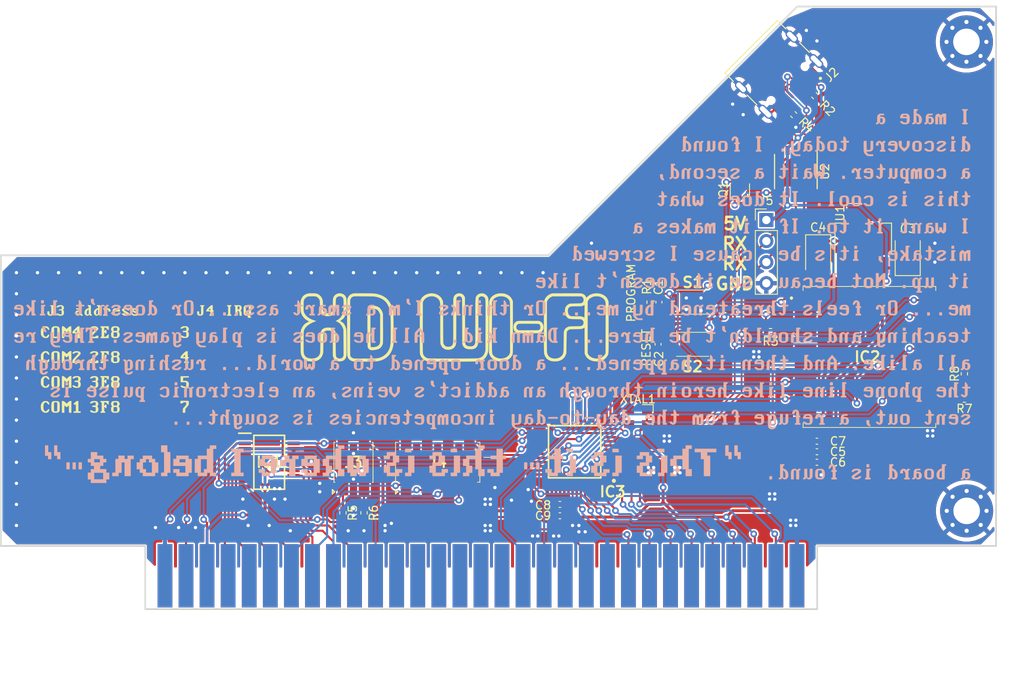
<source format=kicad_pcb>
(kicad_pcb (version 20211014) (generator pcbnew)
  (layers (0 "F.Cu" signal) (31 "B.Cu" signal) (34 "B.Paste" user) (35 "F.Paste" user) (36 "B.SilkS" user "B.Silkscreen") (37 "F.SilkS" user "F.Silkscreen") (38 "B.Mask" user) (39 "F.Mask" user) (44 "Edge.Cuts" user))
  (net 0 "")
  (net 1 "VCC")
  (net 2 "GND")
  (net 3 "+3V3")
  (net 4 "/ESP_GPIO0")
  (net 5 "/ESP_RST")
  (net 6 "/ISA_ENABLE")
  (net 7 "/ISA_ADDR3")
  (net 8 "/ISA_ADDR5")
  (net 9 "/ISA_ADDR6")
  (net 10 "/ISA_ADDR7")
  (net 11 "/ISA_ADDR9")
  (net 12 "/ISA_ADDR4")
  (net 13 "/UART_SEL4")
  (net 14 "/ISA_ADDR8")
  (net 15 "/UART_SEL8")
  (net 16 "/~{UART_SEL}")
  (net 18 "/ISA_D5")
  (net 19 "/ISA_D6")
  (net 20 "/ISA_D7")
  (net 21 "Net-(IC3-Pad12)")
  (net 23 "/UART_RX")
  (net 24 "/UART_TX")
  (net 26 "/UART_CLOCK")
  (net 28 "/ISA_IOW")
  (net 29 "/ISA_IOR")
  (net 34 "/ISA_ADDR2")
  (net 35 "/ISA_ADDR1")
  (net 36 "/ISA_ADDR0")
  (net 38 "/UART_IRQ")
  (net 41 "/ISA_RESET")
  (net 44 "/ISA_D0")
  (net 45 "/ISA_D1")
  (net 46 "/ISA_D2")
  (net 47 "/ISA_D3")
  (net 48 "/ISA_D4")
  (net 51 "Net-(IC2-Pad3)")
  (net 52 "/ESP_GPIO16")
  (net 53 "/ESP_GPIO14")
  (net 54 "/ESP_GPIO12")
  (net 55 "/ESP_GPIO13")
  (net 56 "/ESP_GPIO15")
  (net 57 "/ESP_GPIO2")
  (net 58 "/ESP_GPIO4")
  (net 59 "/ESP_GPIO5")
  (net 76 "/ISA_IRQ3")
  (net 77 "/ISA_IRQ4")
  (net 78 "/ISA_IRQ5")
  (net 80 "/ISA_IRQ7")
  (net 89 "+12V")
  (net 95 "Net-(J2-PadA5)")
  (net 98 "Net-(J2-PadB5)")
  (net 99 "/USB_RTS")
  (net 100 "/USB_DTR")
  (net 103 "/USB_D+")
  (net 104 "/USB_D-")
  (footprint "ecksdee_lib:Conn_Edge_PCB_ISA8" (layer "F.Cu") (at 139.1 140.3175)
    (fp_text reference "J1" hide)
    (fp_text value "Bus_ISA_8bit" hide)
  )
  (footprint "Resistor_SMD:R_0402_1005Metric" (layer "F.Cu") (at 159.4932 107.326 -90)
    (fp_text reference "R1")
    (fp_text value "5.1K")
  )
  (footprint "ecksdee_lib:SKRKAEE020" (layer "F.Cu") (at 164.624 112.406 180)
    (fp_text reference "S2")
    (fp_text value "SKRKAEE020" hide)
  )
  (footprint "Resistor_SMD:R_0402_1005Metric" (layer "F.Cu") (at 174.022 110.882 180)
    (fp_text reference "R3")
    (fp_text value "5.1K")
  )
  (footprint "ecksdee_lib:SOP65P640X120-20N" (layer "F.Cu") (at 113.57 126.63)
    (fp_text reference "IC1")
    (fp_text value "SN74HC688PWR" hide)
  )
  (footprint "ecksdee_lib:logo" (layer "F.Cu") (at 145.140351 110.681539)
    (fp_text reference "Ref**" hide)
    (fp_text value "Val**" hide)
  )
  (footprint "Package_SO:SSOP-10_3.9x4.9mm_P1.00mm" (layer "F.Cu") (at 177.07 91.578 -90)
    (fp_text reference "U2")
    (fp_text value "CH340K")
  )
  (footprint "ecksdee_lib:addr-irq" (layer "F.Cu") (at 100.87 114.438)
    (fp_text reference "Ref**" hide)
    (fp_text value "Val**" hide)
  )
  (footprint "Capacitor_SMD:C_0402_1005Metric" (layer "F.Cu") (at 148.622 131.71 180)
    (fp_text reference "C8")
    (fp_text value "0.1uF")
  )
  (footprint "ecksdee_lib:HRO_TYPE-C-31-M-12" (layer "F.Cu") (at 173.524237 78.359763 -135)
    (fp_text reference "J2")
    (fp_text value "TYPE-C-31-M-12")
  )
  (footprint "Capacitor_SMD:C_0402_1005Metric" (layer "F.Cu") (at 160.56 107.326 -90)
    (fp_text reference "C1")
    (fp_text value "0.1uF")
  )
  (footprint "Resistor_SMD:R_0402_1005Metric" (layer "F.Cu") (at 176.816 84.72 135)
    (fp_text reference "R4")
    (fp_text value "5.1K")
  )
  (footprint "Package_TO_SOT_SMD:SOT-363_SC-70-6" (layer "F.Cu") (at 170.324 93.752 90)
    (fp_text reference "Q1")
    (fp_text value "UMH3N")
  )
  (footprint "Capacitor_SMD:C_0402_1005Metric" (layer "F.Cu") (at 179.61 125.36)
    (fp_text reference "C5")
    (fp_text value "1uF")
  )
  (footprint "Capacitor_SMD:C_0402_1005Metric" (layer "F.Cu") (at 179.61 124.09)
    (fp_text reference "C7")
    (fp_text value "0.1uF")
  )
  (footprint "Capacitor_SMD:C_0402_1005Metric" (layer "F.Cu") (at 148.622 133.0816 180)
    (fp_text reference "C9")
    (fp_text value "1uF")
  )
  (footprint "MountingHole:MountingHole_3.2mm_M3_Pad_Via" (layer "F.Cu") (at 197.665 132.49)
    (fp_text reference "H2")
    (fp_text value "MountingHole_Pad")
  )
  (footprint "Resistor_SMD:R_0402_1005Metric" (layer "F.Cu") (at 179.356 82.434 135)
    (fp_text reference "R2")
    (fp_text value "5.1K")
  )
  (footprint "Capacitor_Tantalum_SMD:CP_EIA-3528-15_AVX-H" (layer "F.Cu") (at 179.7624 101.6618 -90)
    (fp_text reference "C4")
    (fp_text value "22uF")
  )
  (footprint "ecksdee_lib:95278101A04LF" (layer "F.Cu") (at 123.73 126.63)
    (fp_text reference "J3")
    (fp_text value "95278-101A04LF" hide)
  )
  (footprint "Resistor_SMD:R_0402_1005Metric" (layer "F.Cu") (at 197.39 115.962 90)
    (fp_text reference "R8")
    (fp_text value "5.1K")
  )
  (footprint "Capacitor_SMD:C_0402_1005Metric" (layer "F.Cu") (at 179.61 126.63)
    (fp_text reference "C6")
    (fp_text value "0.1uF")
  )
  (footprint "ecksdee_lib:SKRKAEE020" (layer "F.Cu") (at 164.624 107.326 180)
    (fp_text reference "S1")
    (fp_text value "SKRKAEE020" hide)
  )
  (footprint "ecksdee_lib:QFP50P900X900X160-48N" (layer "F.Cu") (at 150.4 125.36 180)
    (fp_text reference "IC3")
    (fp_text value "TL16C550CPTR" hide)
  )
  (footprint "Capacitor_SMD:C_0402_1005Metric" (layer "F.Cu") (at 160.4584 112.406 90)
    (fp_text reference "C2")
    (fp_text value "0.1uF")
  )
  (footprint "MountingHole:MountingHole_3.2mm_M3_Pad_Via" (layer "F.Cu") (at 197.64 75.94)
    (fp_text reference "H1")
    (fp_text value "MountingHole_Pad")
  )
  (footprint "Connector_PinHeader_2.54mm:PinHeader_1x04_P2.54mm_Vertical" (layer "F.Cu") (at 173.514 97.42)
    (fp_text reference "J5")
    (fp_text value "Conn_01x04")
  )
  (footprint "ecksdee_lib:ESP07S" (layer "F.Cu") (at 185.19 113.93)
    (fp_text reference "IC2")
    (fp_text value "ESP-07S" hide)
  )
  (footprint "ecksdee_lib:SMD3225-4P" (layer "F.Cu") (at 158.02 120.28 180)
    (fp_text reference "XTAL1")
    (fp_text value "S3D1.843200B20F30T")
  )
  (footprint "Resistor_SMD:R_0402_1005Metric" (layer "F.Cu") (at 125 132.728 -90)
    (fp_text reference "R6")
    (fp_text value "5.1K")
  )
  (footprint "Resistor_SMD:R_0402_1005Metric" (layer "F.Cu") (at 197.39 119.01 180)
    (fp_text reference "R7")
    (fp_text value "5.1K")
  )
  (footprint "Capacitor_Tantalum_SMD:CP_EIA-3528-15_AVX-H" (layer "F.Cu") (at 190.5574 101.6618 90)
    (fp_text reference "C3")
    (fp_text value "10uF")
  )
  (footprint "ecksdee_lib:95278801A08LF" (layer "F.Cu") (at 133.89 126.63)
    (fp_text reference "J4")
    (fp_text value "95278-801A08LF" hide)
  )
  (footprint "Resistor_SMD:R_0402_1005Metric" (layer "F.Cu") (at 122.46 132.726 -90)
    (fp_text reference "R5")
    (fp_text value "5.1K")
  )
  (footprint "Package_TO_SOT_SMD:SOT-223-3_TabPin2" (layer "F.Cu") (at 185.198 99.706 90)
    (fp_text reference "U1")
    (fp_text value "AMS1117-3.3")
  )
  (footprint "ecksdee_lib:back" (layer "B.Cu") (at 141.256 103.008 180)
    (fp_text reference "Ref**" hide)
    (fp_text value "Val**" hide)
  )
  (gr_line (start 128.81 129.932) (end 128.81 130.44) (layer "F.SilkS") (width 0.15))
  (gr_line (start 121.444 130.186) (end 121.19 130.44) (layer "F.SilkS") (width 0.15))
  (gr_line (start 121.19 130.44) (end 121.19 129.932) (layer "F.SilkS") (width 0.15))
  (gr_line (start 121.19 129.932) (end 121.444 130.186) (layer "F.SilkS") (width 0.15))
  (gr_line (start 129.064 130.186) (end 128.81 129.932) (layer "F.SilkS") (width 0.15))
  (gr_line (start 128.81 130.44) (end 129.064 130.186) (layer "F.SilkS") (width 0.15))
  (gr_line (start 179.65 144.34) (end 98.63 144.34) (layer "Edge.Cuts") (width 0.2))
  (gr_line (start 179.64 136.72) (end 201.21 136.72) (layer "Edge.Cuts") (width 0.2))
  (gr_line (start 81.21 136.72) (end 98.63 136.72) (layer "Edge.Cuts") (width 0.2))
  (gr_line (start 98.63 144.34) (end 98.63 136.72) (layer "Edge.Cuts") (width 0.2))
  (gr_line (start 179.65 144.34) (end 179.64 136.72) (layer "Edge.Cuts") (width 0.2))
  (gr_line (start 177.24 71.68) (end 147.24 101.68) (layer "Edge.Cuts") (width 0.2))
  (gr_line (start 201.21 71.68) (end 177.24 71.68) (layer "Edge.Cuts") (width 0.2))
  (gr_line (start 201.21 136.72) (end 201.21 71.68) (layer "Edge.Cuts") (width 0.2))
  (gr_line (start 147.24 101.68) (end 81.21 101.68) (layer "Edge.Cuts") (width 0.2))
  (gr_line (start 81.21 101.68) (end 81.21 136.72) (layer "Edge.Cuts") (width 0.2))
  (gr_text "RESET" (at 159.036 112.8124 90) (layer "F.SilkS") (effects (font (size 1 1))))
  (gr_text "PROGRAM" (at 157.2072 106.2084 90) (layer "F.SilkS") (effects (font (size 1 1))))
  (gr_text "5V\nRX\nRX\nGND" (at 169.704 101.484) (layer "F.SilkS") (effects (font (size 1.5 1.5) (thickness 0.3))))
  (segment (start 127.286 126.186) (end 125 123.9) (width 0.35) (layer "F.Cu") (net 1))
  (segment (start 115.195 125.005) (end 115.25029 124.94971) (width 0.35) (layer "F.Cu") (net 1))
  (segment (start 112.3 127.9) (end 112.3 128.662) (width 0.35) (layer "F.Cu") (net 1))
  (segment (start 112.046 128.916) (end 112.035 128.905) (width 0.35) (layer "F.Cu") (net 1))
  (segment (start 116.508 128.905) (end 113.835 128.905) (width 0.35) (layer "F.Cu") (net 1))
  (segment (start 112.035 128.905) (end 110.632 128.905) (width 0.35) (layer "F.Cu") (net 1))
  (segment (start 176.07 95.626) (end 176.054 95.642) (width 0.35) (layer "F.Cu") (net 1))
  (segment (start 115.377324 126.305) (end 115.25029 126.177966) (width 0.35) (layer "F.Cu") (net 1))
  (segment (start 168.688 133.234) (end 162.846002 133.234) (width 0.35) (layer "F.Cu") (net 1))
  (segment (start 115.4205 123.705) (end 115.25029 123.87521) (width 0.35) (layer "F.Cu") (net 1))
  (segment (start 110.395 132.98) (end 112.935 132.98) (width 0.35) (layer "F.Cu") (net 1))
  (segment (start 187.498 111.376) (end 181.896 116.978) (width 0.35) (layer "F.Cu") (net 1))
  (segment (start 145.411812 132.484501) (end 127.806501 132.484501) (width 0.35) (layer "F.Cu") (net 1))
  (segment (start 169.45 132.472) (end 168.688 133.234) (width 0.35) (layer "F.Cu") (net 1))
  (segment (start 176.07 94.128) (end 176.07 95.626) (width 0.35) (layer "F.Cu") (net 1))
  (segment (start 157.289997 123.804003) (end 158.02 123.074) (width 0.2) (layer "F.Cu") (net 1))
  (segment (start 161.068 131.456) (end 160.814 131.71) (width 0.35) (layer "F.Cu") (net 1))
  (segment (start 162.846002 133.234) (end 161.068 131.455998) (width 0.35) (layer "F.Cu") (net 1))
  (segment (start 155.706 123.61) (end 155.900003 123.804003) (width 0.2) (layer "F.Cu") (net 1))
  (segment (start 149.102 133.0816) (end 149.2544 133.234) (width 0.35) (layer "F.Cu") (net 1))
  (segment (start 181.896 130.44) (end 179.864 132.472) (width 0.35) (layer "F.Cu") (net 1))
  (segment (start 110.632 125.005) (end 115.195 125.005) (width 0.35) (layer "F.Cu") (net 1))
  (segment (start 146.693431 133.76612) (end 145.411812 132.484501) (width 0.35) (layer "F.Cu") (net 1))
  (segment (start 179.864 132.472) (end 169.45 132.472) (width 0.35) (layer "F.Cu") (net 1))
  (segment (start 116.631 123.582) (end 122.142 123.582) (width 0.35) (layer "F.Cu") (net 1))
  (segment (start 116.508 123.705) (end 115.4205 123.705) (width 0.35) (layer "F.Cu") (net 1))
  (segment (start 190.5574 103.1993) (end 187.8413 103.1993) (width 0.35) (layer "F.Cu") (net 1))
  (segment (start 116.508 123.705) (end 116.631 123.582) (width 0.35) (layer "F.Cu") (net 1))
  (segment (start 112.3 128.662) (end 112.046 128.916) (width 0.35) (layer "F.Cu") (net 1))
  (segment (start 112.005 127.605) (end 112.3 127.9) (width 0.35) (layer "F.Cu") (net 1))
  (segment (start 148.59788 133.76612) (end 146.693431 133.76612) (width 0.35) (layer "F.Cu") (net 1))
  (segment (start 161.068 129.678) (end 161.068 131.456) (width 0.35) (layer "F.Cu") (net 1))
  (segment (start 110.632 127.605) (end 112.005 127.605) (width 0.35) (layer "F.Cu") (net 1))
  (segment (start 150.15 129.598) (end 150.15 131.198) (width 0.2) (layer "F.Cu") (net 1))
  (segment (start 112.935 132.98) (end 113.062 132.853) (width 0.35) (layer "F.Cu") (net 1))
  (segment (start 115.25029 124.94971) (end 115.25029 126.177966) (width 0.35) (layer "F.Cu") (net 1))
  (segment (start 149.102 133.0816) (end 149.102 133.262) (width 0.35) (layer "F.Cu") (net 1))
  (segment (start 187.992 104.786) (end 187.498 105.28) (width 0.2) (layer "F.Cu") (net 1))
  (segment (start 112.3 128.916) (end 113.062 129.678) (width 0.35) (layer "F.Cu") (net 1))
  (segment (start 187.498 102.856) (end 187.498 105.562) (width 0.35) (layer "F.Cu") (net 1))
  (segment (start 159.29 131.71) (end 160.814 131.71) (width 0.35) (layer "F.Cu") (net 1))
  (segment (start 150.15 131.198) (end 149.638 131.71) (width 0.2) (layer "F.Cu") (net 1))
  (segment (start 122.46 123.9) (end 125 123.9) (width 0.35) (layer "F.Cu") (net 1))
  (segment (start 149.638 131.71) (end 149.102 131.71) (width 0.2) (layer "F.Cu") (net 1))
  (segment (start 127.806501 132.484501) (end 127.286 131.964) (width 0.35) (layer "F.Cu") (net 1))
  (segment (start 179.976586 81.418) (end 178.58005 80.021464) (width 0.2) (layer "F.Cu") (net 1))
  (segment (start 160.814 131.709998) (end 161.068 131.455998) (width 0.2) (layer "F.Cu") (net 1))
  (segment (start 113.835 128.905) (end 113.062 129.678) (width 0.35) (layer "F.Cu") (net 1))
  (segment (start 149.102 133.262) (end 148.59788 133.76612) (width 0.35) (layer "F.Cu") (net 1))
  (segment (start 155.706 123.61) (end 154.638 123.61) (width 0.2) (layer "F.Cu") (net 1))
  (segment (start 157.766 133.234) (end 159.29 131.71) (width 0.35) (layer "F.Cu") (net 1))
  (segment (start 175.588989 85.778989) (end 177.324 87.514) (width 0.2) (layer "F.Cu") (net 1))
  (segment (start 175.185938 83.415576) (end 175.588989 83.818627) (width 0.2) (layer "F.Cu") (net 1))
  (segment (start 187.498 105.562) (end 187.498 111.376) (width 0.35) (layer "F.Cu") (net 1))
  (segment (start 175.588989 83.818627) (end 175.588989 85.778989) (width 0.2) (layer "F.Cu") (net 1))
  (segment (start 160.814 131.71) (end 160.814 131.709998) (width 0.2) (layer "F.Cu") (net 1))
  (segment (start 127.286 131.964) (end 127.286 126.186) (width 0.35) (layer "F.Cu") (net 1))
  (segment (start 159.12 120.28) (end 159.12 122.03) (width 0.25) (layer "F.Cu") (net 1))
  (segment (start 181.896 116.978) (end 181.896 130.44) (width 0.35) (layer "F.Cu") (net 1))
  (segment (start 155.900003 123.804003) (end 157.289997 123.804003) (width 0.2) (layer "F.Cu") (net 1))
  (segment (start 187.498 105.28) (end 187.498 105.562) (width 0.2) (layer "F.Cu") (net 1))
  (segment (start 112.046 128.916) (end 112.3 128.916) (width 0.35) (layer "F.Cu") (net 1))
  (segment (start 159.064 122.03) (end 158.02 123.074) (width 0.35) (layer "F.Cu") (net 1))
  (segment (start 116.508 126.305) (end 115.377324 126.305) (width 0.35) (layer "F.Cu") (net 1))
  (segment (start 155.206 124.11) (end 155.706 123.61) (width 0.2) (layer "F.Cu") (net 1))
  (segment (start 180.118 81.418) (end 179.976586 81.418) (width 0.2) (layer "F.Cu") (net 1))
  (segment (start 115.25029 123.87521) (end 115.25029 124.94971) (width 0.35) (layer "F.Cu") (net 1))
  (segment (start 113.062 132.853) (end 113.062 129.678) (width 0.35) (layer "F.Cu") (net 1))
  (segment (start 149.2544 133.234) (end 157.766 133.234) (width 0.35) (layer "F.Cu") (net 1))
  (segment (start 149.102 133.0816) (end 149.102 131.71) (width 0.35) (layer "F.Cu") (net 1))
  (via (at 113.062 129.678) (size 0.8) (drill 0.4) (layers "F.Cu" "B.Cu") (net 1))
  (via (at 177.324 87.514) (size 0.8) (drill 0.4) (layers "F.Cu" "B.Cu") (net 1))
  (via (at 168.688 133.234) (size 0.8) (drill 0.4) (layers "F.Cu" "B.Cu") (net 1))
  (via (at 180.118 81.418) (size 0.8) (drill 0.4) (layers "F.Cu" "B.Cu") (net 1))
  (via (at 187.992 104.786) (size 0.8) (drill 0.4) (layers "F.Cu" "B.Cu") (net 1))
  (via (at 176.054 95.642) (size 0.8) (drill 0.4) (layers "F.Cu" "B.Cu") (net 1))
  (via (at 115.25029 126.177966) (size 0.8) (drill 0.4) (layers "F.Cu" "B.Cu") (net 1))
  (via (at 158.02 123.074) (size 0.8) (drill 0.4) (layers "F.Cu" "B.Cu") (net 1))
  (via (at 110.395 132.98) (size 0.8) (drill 0.4) (layers "F.Cu" "B.Cu") (net 1))
  (via (at 161.068 129.678) (size 0.8) (drill 0.4) (layers "F.Cu" "B.Cu") (net 1))
  (segment (start 180.118 84.72) (end 177.324 87.514) (width 0.35) (layer "B.Cu") (net 1))
  (segment (start 174.276 97.42) (end 176.054 95.642) (width 0.35) (layer "B.Cu") (net 1))
  (segment (start 106.08 140.3175) (end 106.08 134.755) (width 0.35) (layer "B.Cu") (net 1))
  (segment (start 106.08 134.755) (end 107.855 132.98) (width 0.35) (layer "B.Cu") (net 1))
  (segment (start 161.068 126.122) (end 158.02 123.074) (width 0.35) (layer "B.Cu") (net 1))
  (segment (start 107.855 132.98) (end 110.395 132.98) (width 0.35) (layer "B.Cu") (net 1))
  (segment (start 184.69 95.642) (end 187.992 98.944) (width 0.35) (layer "B.Cu") (net 1))
  (segment (start 113.062 127.392) (end 113.062 129.678) (width 0.35) (layer "B.Cu") (net 1))
  (segment (start 176.054 95.642) (end 176.054 88.784) (width 0.35) (layer "B.Cu") (net 1))
  (segment (start 114.276034 126.177966) (end 113.062 127.392) (width 0.35) (layer "B.Cu") (net 1))
  (segment (start 115.25029 126.177966) (end 114.276034 126.177966) (width 0.35) (layer "B.Cu") (net 1))
  (segment (start 180.118 81.418) (end 180.118 84.72) (width 0.35) (layer "B.Cu") (net 1))
  (segment (start 187.992 98.944) (end 187.992 104.786) (width 0.35) (layer "B.Cu") (net 1))
  (segment (start 176.054 95.642) (end 184.69 95.642) (width 0.35) (layer "B.Cu") (net 1))
  (segment (start 176.054 88.784) (end 177.324 87.514) (width 0.35) (layer "B.Cu") (net 1))
  (segment (start 173.514 97.42) (end 174.276 97.42) (width 0.35) (layer "B.Cu") (net 1))
  (segment (start 161.068 129.678) (end 161.068 126.122) (width 0.35) (layer "B.Cu") (net 1))
  (segment (start 172.12 136.666) (end 168.688 133.234) (width 0.2) (layer "B.Cu") (net 1))
  (segment (start 174.23488 84.366635) (end 174.620253 83.981262) (width 0.25) (layer "F.Cu") (net 2))
  (segment (start 173.414635 84.366635) (end 174.23488 84.366635) (width 0.25) (layer "F.Cu") (net 2))
  (segment (start 116.508 125.655) (end 117.783954 125.655) (width 0.25) (layer "F.Cu") (net 2))
  (segment (start 117.783954 125.655) (end 118.65 126.521046) (width 0.25) (layer "F.Cu") (net 2))
  (via (at 88.17 103.77) (size 0.8) (drill 0.4) (layers "F.Cu" "B.Cu") (net 2))
  (via (at 141.51 103.77) (size 0.8) (drill 0.4) (layers "F.Cu" "B.Cu") (net 2))
  (via (at 162.465 127.265) (size 0.8) (drill 0.4) (layers "F.Cu" "B.Cu") (net 2))
  (via (at 118.65 103.77) (size 0.8) (drill 0.4) (layers "F.Cu" "B.Cu") (net 2))
  (via (at 170.72 84.72) (size 0.8) (drill 0.4) (layers "F.Cu" "B.Cu") (net 2))
  (via (at 83.09 124.09) (size 0.8) (drill 0.4) (layers "F.Cu" "B.Cu") (net 2))
  (via (at 173.895 130.44) (size 0.8) (drill 0.4) (layers "F.Cu" "B.Cu") (net 2))
  (via (at 121.19 103.77) (size 0.8) (drill 0.4) (layers "F.Cu" "B.Cu") (net 2))
  (via (at 150.908 135.012) (size 0.8) (drill 0.4) (layers "F.Cu" "B.Cu") (net 2))
  (via (at 127.54 134.885) (size 0.8) (drill 0.4) (layers "F.Cu" "B.Cu") (net 2))
  (via (at 177.07 133.615) (size 0.8) (drill 0.4) (layers "F.Cu" "B.Cu") (net 2))
  (via (at 83.09 129.17) (size 0.8) (drill 0.4) (layers "F.Cu" "B.Cu") (net 2))
  (via (at 83.09 113.93) (size 0.8) (drill 0.4) (layers "F.Cu" "B.Cu") (net 2))
  (via (at 140.24 134.885) (size 0.8) (drill 0.4) (layers "F.Cu" "B.Cu") (net 2))
  (via (at 161.195 124.09) (size 0.8) (drill 0.4) (layers "F.Cu" "B.Cu") (net 2))
  (via (at 179.61 75.83) (size 0.8) (drill 0.4) (layers "F.Cu" "B.Cu") (net 2))
  (via (at 177.07 86.244) (size 0.8) (drill 0.4) (layers "F.Cu" "B.Cu") (net 2))
  (via (at 193.834 100.214) (size 0.8) (drill 0.4) (layers "F.Cu" "B.Cu") (net 2))
  (via (at 165.64 106.818) (size 0.8) (drill 0.4) (layers "F.Cu" "B.Cu") (net 2))
  (via (at 83.09 126.63) (size 0.8) (drill 0.4) (layers "F.Cu" "B.Cu") (net 2))
  (via (at 145.183833 131.337031) (size 0.8) (drill 0.4) (layers "F.Cu" "B.Cu") (net 2))
  (via (at 123.73 133.0175) (size 0.8) (drill 0.4) (layers "F.Cu" "B.Cu") (net 2))
  (via (at 174.53 131.075) (size 0.8) (drill 0.4) (layers "F.Cu" "B.Cu") (net 2))
  (via (at 139.605 131.71) (size 0.8) (drill 0.4) (layers "F.Cu" "B.Cu") (net 2))
  (via (at 105.95 103.77) (size 0.8) (drill 0.4) (layers "F.Cu" "B.Cu") (net 2))
  (via (at 165.64 108.342) (size 0.8) (drill 0.4) (layers "F.Cu" "B.Cu") (net 2))
  (via (at 100.87 103.77) (size 0.8) (drill 0.4) (layers "F.Cu" "B.Cu") (net 2))
  (via (at 139.605 131.075) (size 0.8) (drill 0.4) (layers "F.Cu" "B.Cu") (net 2))
  (via (at 193.58 123.455) (size 0.8) (drill 0.4) (layers "F.Cu" "B.Cu") (net 2))
  (via (at 95.79 103.77) (size 0.8) (drill 0.4) (layers "F.Cu" "B.Cu") (net 2))
  (via (at 171.99 113.295) (size 0.8) (drill 0.4) (layers "F.Cu" "B.Cu") (net 2))
  (via (at 139.605 134.25) (size 0.8) (drill 0.4) (layers "F.Cu" "B.Cu") (net 2))
  (via (at 145.32 135.52) (size 0.8) (drill 0.4) (layers "F.Cu" "B.Cu") (net 2))
  (via (at 123.734299 123.078299) (size 0.8) (drill 0.4) (layers "F.Cu" "B.Cu") (net 2))
  (via (at 123.73 128.662) (size 0.8) (drill 0.4) (layers "F.Cu" "B.Cu") (net 2))
  (via (at 104.68 134.504) (size 0.8) (drill 0.4) (layers "F.Cu" "B.Cu") (net 2))
  (via (at 110.395 131.075) (size 0.8) (drill 0.4) (layers "F.Cu" "B.Cu") (net 2))
  (via (at 116.11 134.885) (size 0.8) (drill 0.4) (layers "F.Cu" "B.Cu") (net 2))
  (via (at 150.146 134.25) (size 0.8) (drill 0.4) (layers "F.Cu" "B.Cu") (net 2))
  (via (at 127.54 134.25) (size 0.8) (drill 0.4) (layers "F.Cu" "B.Cu") (net 2))
  (via (at 128.81 103.77) (size 0.8) (drill 0.4) (layers "F.Cu" "B.Cu") (net 2))
  (via (at 151.67 135.012) (size 0.8) (drill 0.4) (layers "F.Cu" "B.Cu") (net 2))
  (via (at 131.35 103.77) (size 0.8) (drill 0.4) (layers "F.Cu" "B.Cu") (net 2))
  (via (at 85.63 103.77) (size 0.8) (drill 0.4) (layers "F.Cu" "B.Cu") (net 2))
  (via (at 108.49 103.77) (size 0.8) (drill 0.4) (layers "F.Cu" "B.Cu") (net 2))
  (via (at 128.302 133.996) (size 0.8) (drill 0.4) (layers "F.Cu" "B.Cu") (net 2))
  (via (at 177.07 134.25) (size 0.8) (drill 0.4) (layers "F.Cu" "B.Cu") (net 2))
  (via (at 172.625 113.93) (size 0.8) (drill 0.4) (layers "F.Cu" "B.Cu") (net 2))
  (via (at 113.57 134.25) (size 0.8) (drill 0.4) (layers "F.Cu" "B.Cu") (net 2))
  (via (at 123.73 132.218) (size 0.8) (drill 0.4) (layers "F.Cu" "B.Cu") (net 2))
  (via (at 152.432 100.214) (size 0.8) (drill 0.4) (layers "F.Cu" "B.Cu") (net 2))
  (via (at 126.27 103.77) (size 0.8) (drill 0.4) (layers "F.Cu" "B.Cu") (net 2))
  (via (at 119.666 129.17) (size 0.8) (drill 0.4) (layers "F.Cu" "B.Cu") (net 2))
  (via (at 83.09 106.31) (size 0.8) (drill 0.4) (layers "F.Cu" "B.Cu") (net 2))
  (via (at 159.925 127.265) (size 0.8) (drill 0.4) (layers "F.Cu" "B.Cu") (net 2))
  (via (at 173.895 131.075) (size 0.8) (drill 0.4) (layers "F.Cu" "B.Cu") (net 2))
  (via (at 111.03 103.77) (size 0.8) (drill 0.4) (layers "F.Cu" "B.Cu") (net 2))
  (via (at 159.29 127.265) (size 0.8) (drill 0.4) (layers "F.Cu" "B.Cu") (net 2))
  (via (at 139.605 134.885) (size 0.8) (drill 0.4) (layers "F.Cu" "B.Cu") (net 2))
  (via (at 159.925 127.9) (size 0.8) (drill 0.4) (layers "F.Cu" "B.Cu") (net 2))
  (via (at 103.41 103.77) (size 0.8) (drill 0.4) (layers "F.Cu" "B.Cu") (net 2))
  (via (at 161.83 123.455) (size 0.8) (drill 0.4) (layers "F.Cu" "B.Cu") (net 2))
  (via (at 114.205 131.075) (size 0.8) (drill 0.4) (layers "F.Cu" "B.Cu") (net 2))
  (via (at 90.71 103.77) (size 0.8) (drill 0.4) (layers "F.Cu" "B.Cu") (net 2))
  (via (at 146.59 103.77) (size 0.8) (drill 0.4) (layers "F.Cu" "B.Cu") (net 2))
  (via (at 148.495 135.52) (size 0.8) (drill 0.4) (layers "F.Cu" "B.Cu") (net 2))
  (via (at 99.854 134.504) (size 0.8) (drill 0.4) (layers "F.Cu" "B.Cu") (net 2))
  (via (at 123.73 125.5765) (size 0.8) (drill 0.4) (layers "F.Cu" "B.Cu") (net 2))
  (via (at 161.83 124.09) (size 0.8) (drill 0.4) (layers "F.Cu" "B.Cu") (net 2))
  (via (at 144.05 103.77) (size 0.8) (drill 0.4) (layers "F.Cu" "B.Cu") (net 2))
  (via (at 176.435 134.25) (size 0.8) (drill 0.4) (layers "F.Cu" "B.Cu") (net 2))
  (via (at 123.73 103.77) (size 0.8) (drill 0.4) (layers "F.Cu" "B.Cu") (net 2))
  (via (at 159.29 127.9) (size 0.8) (drill 0.4) (layers "F.Cu" "B.Cu") (net 2))
  (via (at 150.908 134.25) (size 0.8) (drill 0.4) (layers "F.Cu" "B.Cu") (net 2))
  (via (at 172.625 113.295) (size 0.8) (drill 0.4) (layers "F.Cu" "B.Cu") (net 2))
  (via (at 142.78 131.202) (size 0.8) (drill 0.4) (layers "F.Cu" "B.Cu") (net 2))
  (via (at 178.34 74.56) (size 0.8) (drill 0.4) (layers "F.Cu" "B.Cu") (net 2))
  (via (at 140.24 134.25) (size 0.8) (drill 0.4) (layers "F.Cu" "B.Cu") (net 2))
  (via (at 161.195 123.455) (size 0.8) (drill 0.4) (layers "F.Cu" "B.Cu") (net 2))
  (via (at 133.89 103.77) (size 0.8) (drill 0.4) (layers "F.Cu" "B.Cu") (net 2))
  (via (at 83.09 111.39) (size 0.8) (drill 0.4) (layers "F.Cu" "B.Cu") (net 2))
  (via (at 93.25 103.77) (size 0.8) (drill 0.4) (layers "F.Cu" "B.Cu") (net 2))
  (via (at 147.86 135.52) (size 0.8) (drill 0.4) (layers "F.Cu" "B.Cu") (net 2))
  (via (at 114.205 129.805) (size 0.8) (drill 0.4) (layers "F.Cu" "B.Cu") (net 2))
  (via (at 140.24 131.075) (size 0.8) (drill 0.4) (layers "F.Cu" "B.Cu") (net 2))
  (via (at 163.862 108.215) (size 0.8) (drill 0.4) (layers "F.Cu" "B.Cu") (net 2))
  (via (at 145.955 135.52) (size 0.8) (drill 0.4) (layers "F.Cu" "B.Cu") (net 2))
  (via (at 83.09 121.55) (size 0.8) (drill 0.4) (layers "F.Cu" "B.Cu") (net 2))
  (via (at 123.095 134.885) (size 0.8) (drill 0.4) (layers "F.Cu" "B.Cu") (net 2))
  (via (at 83.09 103.77) (size 0.8) (drill 0.4) (layers "F.Cu" "B.Cu") (net 2))
  (via (at 140.7855 129.678) (size 0.8) (drill 0.4) (layers "F.Cu" "B.Cu") (net 2))
  (via (at 174.53 130.44) (size 0.8) (drill 0.4) (layers "F.Cu" "B.Cu") (net 2))
  (via (at 144.796269 129.924868) (size 0.8) (drill 0.4) (layers "F.Cu" "B.Cu") (net 2))
  (via (at 114.84 129.805) (size 0.8) (drill 0.4) (layers "F.Cu" "B.Cu") (net 2))
  (via (at 192.945 122.82) (size 0.8) (drill 0.4) (layers "F.Cu" "B.Cu") (net 2))
  (via (at 163.1 127.9) (size 0.8) (drill 0.4) (layers "F.Cu" "B.Cu") (net 2))
  (via (at 163.862 106.818) (size 0.8) (drill 0.4) (layers "F.Cu" "B.Cu") (net 2))
  (via (at 192.945 123.455) (size 0.8) (drill 0.4) (layers "F.Cu" "B.Cu") (net 2))
  (via (at 83.09 116.47) (size 0.8) (drill 0.4) (layers "F.Cu" "B.Cu") (net 2))
  (via (at 115.475 131.075) (size 0.8) (drill 0.4) (layers "F.Cu" "B.Cu") (net 2))
  (via (at 83.09 119.01) (size 0.8) (drill 0.4) (layers "F.Cu" "B.Cu") (net 2))
  (via (at 118.65 126.521046) (size 0.8) (drill 0.4) (layers "F.Cu" "B.Cu") (net 2))
  (via (at 193.834 102.5) (size 0.8) (drill 0.4) (layers "F.Cu" "B.Cu") (net 2))
  (via (at 193.58 122.82) (size 0.8) (drill 0.4) (layers "F.Cu" "B.Cu") (net 2))
  (via (at 176.435 133.615) (size 0.8) (drill 0.4) (layers "F.Cu" "B.Cu") (net 2))
  (via (at 116.11 103.77) (size 0.8) (drill 0.4) (layers "F.Cu" "B.Cu") (net 2))
  (via (at 111.03 134.25) (size 0.8) (drill 0.4) (layers "F.Cu" "B.Cu") (net 2))
  (via (at 83.09 108.85) (size 0.8) (drill 0.4) (layers "F.Cu" "B.Cu") (net 2))
  (via (at 136.43 103.77) (size 0.8) (drill 0.4) (layers "F.Cu" "B.Cu") (net 2))
  (via (at 140.24 131.71) (size 0.8) (drill 0.4) (layers "F.Cu" "B.Cu") (net 2))
  (via (at 163.1 127.265) (size 0.8) (drill 0.4) (layers "F.Cu" "B.Cu") (net 2))
  (via (at 125 134.885) (size 0.8) (drill 0.4) (layers "F.Cu" "B.Cu") (net 2))
  (via (at 83.09 134.25) (size 0.8) (drill 0.4) (layers "F.Cu" "B.Cu") (net 2))
  (via (at 102.648 134.504) (size 0.8) (drill 0.4) (layers "F.Cu" "B.Cu") (net 2))
  (via (at 180.118 128.154) (size 0.8) (drill 0.4) (layers "F.Cu" "B.Cu") (net 2))
  (via (at 162.465 127.9) (size 0.8) (drill 0.4) (layers "F.Cu" "B.Cu") (net 2))
  (via (at 83.09 131.71) (size 0.8) (drill 0.4) (layers "F.Cu" "B.Cu") (net 2))
  (via (at 113.57 103.77) (size 0.8) (drill 0.4) (layers "F.Cu" "B.Cu") (net 2))
  (via (at 171.99 113.93) (size 0.8) (drill 0.4) (layers "F.Cu" "B.Cu") (net 2))
  (via (at 169.45 83.45) (size 0.8) (drill 0.4) (layers "F.Cu" "B.Cu") (net 2))
  (via (at 119.666 130.186) (size 0.8) (drill 0.4) (layers "F.Cu" "B.Cu") (net 2))
  (via (at 98.33 103.77) (size 0.8) (drill 0.4) (layers "F.Cu" "B.Cu") (net 2))
  (via (at 138.97 103.77) (size 0.8) (drill 0.4) (layers "F.Cu" "B.Cu") (net 2))
  (segment (start 185.198 99.96) (end 181.642 99.96) (width 0.35) (layer "F.Cu") (net 3))
  (segment (start 185.198 111.39) (end 180.372 116.216) (width 0.35) (layer "F.Cu") (net 3))
  (segment (start 168.18 109.358) (end 168.434 109.104) (width 0.35) (layer "F.Cu") (net 3))
  (segment (start 180.372 116.216) (end 180.372 120.788) (width 0.35) (layer "F.Cu") (net 3))
  (segment (start 159.4932 108.5452) (end 160.306 109.358) (width 0.35) (layer "F.Cu") (net 3))
  (segment (start 179.13 126.63) (end 179.13 125.36) (width 0.35) (layer "F.Cu") (net 3))
  (segment (start 197.39 99.452) (end 197.39 115.45) (width 0.35) (layer "F.Cu") (net 3))
  (segment (start 185.198 96.556) (end 185.198 99.96) (width 0.35) (layer "F.Cu") (net 3))
  (segment (start 185.198 99.96) (end 185.198 102.856) (width 0.35) (layer "F.Cu") (net 3))
  (segment (start 180.23 120.93) (end 178.24 120.93) (width 0.35) (layer "F.Cu") (net 3))
  (segment (start 159.4932 107.836) (end 159.4932 108.5452) (width 0.35) (layer "F.Cu") (net 3))
  (segment (start 185.198 102.856) (end 185.198 111.39) (width 0.35) (layer "F.Cu") (net 3))
  (segment (start 178.24 120.93) (end 178.24 123.2) (width 0.35) (layer "F.Cu") (net 3))
  (segment (start 194.494 96.556) (end 197.39 99.452) (width 0.35) (layer "F.Cu") (net 3))
  (segment (start 185.198 96.556) (end 194.494 96.556) (width 0.35) (layer "F.Cu") (net 3))
  (segment (start 180.372 120.788) (end 180.23 120.93) (width 0.35) (layer "F.Cu") (net 3))
  (segment (start 179.13 124.09) (end 179.13 125.36) (width 0.35) (layer "F.Cu") (net 3))
  (segment (start 160.306 109.358) (end 168.18 109.358) (width 0.35) (layer "F.Cu") (net 3))
  (segment (start 181.642 99.96) (end 179.9267 99.96) (width 0.35) (layer "F.Cu") (net 3))
  (segment (start 173.4592 110.9328) (end 173.4592 108.7952) (width 0.25) (layer "F.Cu") (net 3))
  (segment (start 178.24 123.2) (end 179.13 124.09) (width 0.35) (layer "F.Cu") (net 3))
  (via (at 181.642 99.96) (size 0.8) (drill 0.4) (layers "F.Cu" "B.Cu") (net 3))
  (via (at 173.4592 108.7952) (size 0.8) (drill 0.4) (layers "F.Cu" "B.Cu") (net 3))
  (via (at 168.434 109.104) (size 0.8) (drill 0.4) (layers "F.Cu" "B.Cu") (net 3))
  (segment (start 173.4592 108.7952) (end 179.9188 108.7952) (width 0.35) (layer "B.Cu") (net 3))
  (segment (start 168.7428 108.7952) (end 173.4592 108.7952) (width 0.35) (layer "B.Cu") (net 3))
  (segment (start 168.434 109.104) (end 168.7428 108.7952) (width 0.35) (layer "B.Cu") (net 3))
  (segment (start 181.642 107.072) (end 181.642 99.96) (width 0.35) (layer "B.Cu") (net 3))
  (segment (start 179.9188 108.7952) (end 181.642 107.072) (width 0.35) (layer "B.Cu") (net 3))
  (segment (start 193.64 114.93) (end 186.992 114.93) (width 0.25) (layer "F.Cu") (net 4))
  (segment (start 161.83 106.31) (end 161.096 106.31) (width 0.25) (layer "F.Cu") (net 4))
  (segment (start 159.4932 106.816) (end 160.53 106.816) (width 0.25) (layer "F.Cu") (net 4))
  (segment (start 170.974 94.702) (end 170.974 95.134) (width 0.25) (layer "F.Cu") (net 4))
  (segment (start 186.992 114.93) (end 186.976 114.946) (width 0.25) (layer "F.Cu") (net 4))
  (segment (start 171.736 95.896) (end 171.736 99.96) (width 0.25) (layer "F.Cu") (net 4))
  (segment (start 170.974 95.134) (end 171.736 95.896) (width 0.25) (layer "F.Cu") (net 4))
  (segment (start 161.096 106.31) (end 160.56 106.846) (width 0.25) (layer "F.Cu") (net 4))
  (segment (start 171.736 99.96) (end 166.402 105.294) (width 0.25) (layer "F.Cu") (net 4))
  (segment (start 161.83 106.632) (end 162.524 107.326) (width 0.25) (layer "F.Cu") (net 4))
  (segment (start 161.83 106.31) (end 161.83 106.632) (width 0.25) (layer "F.Cu") (net 4))
  (via (at 186.976 114.946) (size 0.8) (drill 0.4) (layers "F.Cu" "B.Cu") (net 4))
  (via (at 161.83 106.31) (size 0.8) (drill 0.4) (layers "F.Cu" "B.Cu") (net 4))
  (via (at 166.402 105.294) (size 0.8) (drill 0.4) (layers "F.Cu" "B.Cu") (net 4))
  (segment (start 165.894 105.802) (end 166.402 105.294) (width 0.25) (layer "B.Cu") (net 4))
  (segment (start 162.846 105.802) (end 162.338 106.31) (width 0.25) (layer "B.Cu") (net 4))
  (segment (start 162.846 105.802) (end 165.894 105.802) (width 0.25) (layer "B.Cu") (net 4))
  (segment (start 162.846 111.898) (end 162.846 105.802) (width 0.25) (layer "B.Cu") (net 4))
  (segment (start 162.338 106.31) (end 161.83 106.31) (width 0.25) (layer "B.Cu") (net 4))
  (segment (start 165.894 114.946) (end 162.846 111.898) (width 0.25) (layer "B.Cu") (net 4))
  (segment (start 186.976 114.946) (end 165.894 114.946) (width 0.25) (layer "B.Cu") (net 4))
  (segment (start 162.044 112.886) (end 162.524 112.406) (width 0.25) (layer "F.Cu") (net 5))
  (segment (start 175.688 106.93) (end 178.24 106.93) (width 0.25) (layer "F.Cu") (net 5))
  (segment (start 162.846 110.374) (end 166.656 110.374) (width 0.25) (layer "F.Cu") (net 5))
  (segment (start 169.674 92.802) (end 168.734 92.802) (width 0.25) (layer "F.Cu") (net 5))
  (segment (start 160.4584 112.886) (end 162.044 112.886) (width 0.25) (layer "F.Cu") (net 5))
  (segment (start 168.734 92.802) (end 168.688 92.848) (width 0.25) (layer "F.Cu") (net 5))
  (segment (start 162.524 112.406) (end 162.524 110.696) (width 0.25) (layer "F.Cu") (net 5))
  (segment (start 162.524 110.696) (end 162.846 110.374) (width 0.25) (layer "F.Cu") (net 5))
  (segment (start 175.292 107.326) (end 175.688 106.93) (width 0.25) (layer "F.Cu") (net 5))
  (via (at 166.656 110.374) (size 0.8) (drill 0.4) (layers "F.Cu" "B.Cu") (net 5))
  (via (at 168.688 92.848) (size 0.8) (drill 0.4) (layers "F.Cu" "B.Cu") (net 5))
  (via (at 175.292 107.326) (size 0.8) (drill 0.4) (layers "F.Cu" "B.Cu") (net 5))
  (segment (start 167.418 108.596) (end 166.656 109.358) (width 0.25) (layer "B.Cu") (net 5))
  (segment (start 168.688 99.452) (end 170.212 100.976) (width 0.25) (layer "B.Cu") (net 5))
  (segment (start 168.18 107.326) (end 175.292 107.326) (width 0.25) (layer "B.Cu") (net 5))
  (segment (start 170.212 105.294) (end 168.18 107.326) (width 0.25) (layer "B.Cu") (net 5))
  (segment (start 166.656 109.358) (end 166.656 110.374) (width 0.25) (layer "B.Cu") (net 5))
  (segment (start 168.18 107.326) (end 167.418 108.088) (width 0.25) (layer "B.Cu") (net 5))
  (segment (start 167.418 108.088) (end 167.418 108.596) (width 0.25) (layer "B.Cu") (net 5))
  (segment (start 168.688 92.848) (end 168.688 99.452) (width 0.25) (layer "B.Cu") (net 5))
  (segment (start 170.212 100.976) (end 170.212 105.294) (width 0.25) (layer "B.Cu") (net 5))
  (segment (start 149.118642 134.715142) (end 145.268542 134.715142) (width 0.25) (layer "F.Cu") (net 6))
  (segment (start 120.624704 133.5255) (end 119.3745 133.5255) (width 0.25) (layer "F.Cu") (net 6))
  (segment (start 125.973859 133.234) (end 125.375339 133.83252) (width 0.25) (layer "F.Cu") (net 6))
  (segment (start 110.632 123.705) (end 109.383 123.705) (width 0.25) (layer "F.Cu") (net 6))
  (segment (start 143.7874 133.234) (end 125.973859 133.234) (width 0.25) (layer "F.Cu") (net 6))
  (segment (start 107.496914 125.591086) (end 107.496914 129.17) (width 0.25) (layer "F.Cu") (net 6))
  (segment (start 151.8 137.3965) (end 149.118642 134.715142) (width 0.25) (layer "F.Cu") (net 6))
  (segment (start 109.383 123.705) (end 107.496914 125.591086) (width 0.25) (layer "F.Cu") (net 6))
  (segment (start 125.375339 133.83252) (end 120.931724 133.83252) (width 0.25) (layer "F.Cu") (net 6))
  (segment (start 120.931724 133.83252) (end 120.624704 133.5255) (width 0.25) (layer "F.Cu") (net 6))
  (segment (start 145.268542 134.715142) (end 143.7874 133.234) (width 0.25) (layer "F.Cu") (net 6))
  (via (at 107.496914 129.17) (size 0.8) (drill 0.4) (layers "F.Cu" "B.Cu") (net 6))
  (via (at 119.3745 133.5255) (size 0.8) (drill 0.4) (layers "F.Cu" "B.Cu") (net 6))
  (segment (start 107.496914 129.17) (end 110.395 129.17) (width 0.25) (layer "B.Cu") (net 6))
  (segment (start 110.395 129.17) (end 114.84 133.615) (width 0.25) (layer "B.Cu") (net 6))
  (segment (start 119.285 133.615) (end 119.3745 133.5255) (width 0.25) (layer "B.Cu") (net 6))
  (segment (start 114.84 133.615) (end 119.285 133.615) (width 0.25) (layer "B.Cu") (net 6))
  (segment (start 109.6445 124.355) (end 110.632 124.355) (width 0.25) (layer "F.Cu") (net 7))
  (segment (start 108.221457 125.778043) (end 109.6445 124.355) (width 0.25) (layer "F.Cu") (net 7))
  (segment (start 108.221457 137.286057) (end 108.221457 125.778043) (width 0.25) (layer "F.Cu") (net 7))
  (segment (start 109.120478 134.881182) (end 109.120478 127.45967) (width 0.25) (layer "F.Cu") (net 8))
  (segment (start 109.120478 127.45967) (end 109.625148 126.955) (width 0.25) (layer "F.Cu") (net 8))
  (segment (start 113.669521 137.478999) (end 112.160033 135.969511) (width 0.25) (layer "F.Cu") (net 8))
  (segment (start 112.160033 135.969511) (end 110.208806 135.96951) (width 0.25) (layer "F.Cu") (net 8))
  (segment (start 109.625148 126.955) (end 110.632 126.955) (width 0.25) (layer "F.Cu") (net 8))
  (segment (start 110.208806 135.96951) (end 109.120478 134.881182) (width 0.25) (layer "F.Cu") (net 8))
  (segment (start 109.569989 128.329511) (end 109.6445 128.255) (width 0.25) (layer "F.Cu") (net 9))
  (segment (start 116.24 137.3965) (end 114.3635 135.52) (width 0.25) (layer "F.Cu") (net 9))
  (segment (start 114.3635 135.52) (end 110.395 135.52) (width 0.25) (layer "F.Cu") (net 9))
  (segment (start 109.569989 134.694989) (end 109.569989 128.329511) (width 0.25) (layer "F.Cu") (net 9))
  (segment (start 109.6445 128.255) (end 110.632 128.255) (width 0.25) (layer "F.Cu") (net 9))
  (segment (start 110.395 135.52) (end 109.569989 134.694989) (width 0.25) (layer "F.Cu") (net 9))
  (segment (start 118.78 137.3965) (end 118.78 135.65) (width 0.25) (layer "F.Cu") (net 10))
  (segment (start 116.745 129.792) (end 116.508 129.555) (width 0.25) (layer "F.Cu") (net 10))
  (segment (start 118.78 135.65) (end 116.745 133.615) (width 0.25) (layer "F.Cu") (net 10))
  (segment (start 116.745 133.615) (end 116.745 129.792) (width 0.25) (layer "F.Cu") (net 10))
  (segment (start 118.015 130.8124) (end 118.015 133.613592) (width 0.25) (layer "F.Cu") (net 11))
  (segment (start 118.651408 134.25) (end 120.7135 134.25) (width 0.25) (layer "F.Cu") (net 11))
  (segment (start 120.7135 134.25) (end 123.86 137.3965) (width 0.25) (layer "F.Cu") (net 11))
  (segment (start 118.015 133.613592) (end 118.651408 134.25) (width 0.25) (layer "F.Cu") (net 11))
  (segment (start 116.508 126.955) (end 117.4955 126.955) (width 0.25) (layer "F.Cu") (net 11))
  (segment (start 117.4955 126.955) (end 118.349901 127.809401) (width 0.25) (layer "F.Cu") (net 11))
  (segment (start 118.349901 127.809401) (end 118.349901 130.477499) (width 0.25) (layer "F.Cu") (net 11))
  (segment (start 118.349901 130.477499) (end 118.015 130.8124) (width 0.25) (layer "F.Cu") (net 11))
  (segment (start 108.670967 126.628533) (end 109.6445 125.655) (width 0.25) (layer "F.Cu") (net 12))
  (segment (start 111.000093 137.3965) (end 108.670967 135.067374) (width 0.25) (layer "F.Cu") (net 12))
  (segment (start 108.670967 135.067374) (end 108.670967 126.628533) (width 0.25) (layer "F.Cu") (net 12))
  (segment (start 109.6445 125.655) (end 110.632 125.655) (width 0.25) (layer "F.Cu") (net 12))
  (segment (start 110.632 126.305) (end 112.011 126.305) (width 0.25) (layer "F.Cu") (net 13))
  (segment (start 122.396 129.36) (end 121.19 128.154) (width 0.25) (layer "F.Cu") (net 13))
  (segment (start 112.011 126.305) (end 113.8365 128.1305) (width 0.25) (layer "F.Cu") (net 13))
  (segment (start 122.46 132.216) (end 122.46 129.36) (width 0.25) (layer "F.Cu") (net 13))
  (via (at 121.19 128.154) (size 0.8) (drill 0.4) (layers "F.Cu" "B.Cu") (net 13))
  (via (at 113.8365 128.1305) (size 0.8) (drill 0.4) (layers "F.Cu" "B.Cu") (net 13))
  (segment (start 114.059055 128.353055) (end 113.8365 128.1305) (width 0.25) (layer "B.Cu") (net 13))
  (segment (start 120.990945 128.353055) (end 114.059055 128.353055) (width 0.25) (layer "B.Cu") (net 13))
  (segment (start 121.19 128.154) (end 120.990945 128.353055) (width 0.25) (layer "B.Cu") (net 13))
  (segment (start 117.4955 128.255) (end 116.508 128.255) (width 0.25) (layer "F.Cu") (net 14))
  (segment (start 118.650704 134.885) (end 117.38 133.614296) (width 0.25) (layer "F.Cu") (net 14))
  (segment (start 121.32 137.3965) (end 121.32 136.20575) (width 0.25) (layer "F.Cu") (net 14))
  (segment (start 119.99925 134.885) (end 118.650704 134.885) (width 0.25) (layer "F.Cu") (net 14))
  (segment (start 117.735 130.456696) (end 117.735 128.4945) (width 0.25) (layer "F.Cu") (net 14))
  (segment (start 121.32 136.20575) (end 119.99925 134.885) (width 0.25) (layer "F.Cu") (net 14))
  (segment (start 117.38 133.614296) (end 117.38 130.811696) (width 0.25) (layer "F.Cu") (net 14))
  (segment (start 117.735 128.4945) (end 117.4955 128.255) (width 0.25) (layer "F.Cu") (net 14))
  (segment (start 117.38 130.811696) (end 117.735 130.456696) (width 0.25) (layer "F.Cu") (net 14))
  (segment (start 125 129.36) (end 125 132.218) (width 0.25) (layer "F.Cu") (net 15))
  (segment (start 116.508 127.605) (end 114.755421 127.605) (width 0.25) (layer "F.Cu") (net 15))
  (segment (start 114.755421 127.605) (end 114.579921 127.4295) (width 0.25) (layer "F.Cu") (net 15))
  (segment (start 124.746 127.646) (end 124.746 129.106) (width 0.25) (layer "F.Cu") (net 15))
  (via (at 124.746 127.646) (size 0.8) (drill 0.4) (layers "F.Cu" "B.Cu") (net 15))
  (via (at 114.579921 127.4295) (size 0.8) (drill 0.4) (layers "F.Cu" "B.Cu") (net 15))
  (segment (start 124.746 127.646) (end 124.529499 127.429499) (width 0.25) (layer "B.Cu") (net 15))
  (segment (start 124.529499 127.429499) (end 114.579921 127.4295) (width 0.25) (layer "B.Cu") (net 15))
  (segment (start 154.638 123.11) (end 148.404 123.11) (width 0.25) (layer "F.Cu") (net 16))
  (segment (start 116.508 124.355) (end 120.1725 124.355) (width 0.25) (layer "F.Cu") (net 16))
  (segment (start 148.404 123.11) (end 148.368 123.074) (width 0.25) (layer "F.Cu") (net 16))
  (segment (start 120.1725 124.355) (end 120.174 124.3565) (width 0.25) (layer "F.Cu") (net 16))
  (via (at 148.368 123.074) (size 0.8) (drill 0.4) (layers "F.Cu" "B.Cu") (net 16))
  (via (at 120.174 124.3565) (size 0.8) (drill 0.4) (layers "F.Cu" "B.Cu") (net 16))
  (segment (start 141.51 124.344) (end 120.1865 124.344) (width 0.25) (layer "B.Cu") (net 16))
  (segment (start 148.368 123.074) (end 147.606 122.312) (width 0.25) (layer "B.Cu") (net 16))
  (segment (start 147.606 122.312) (end 143.542 122.312) (width 0.25) (layer "B.Cu") (net 16))
  (segment (start 120.1865 124.344) (end 120.174 124.3565) (width 0.25) (layer "B.Cu") (net 16))
  (segment (start 143.542 122.312) (end 141.51 124.344) (width 0.25) (layer "B.Cu") (net 16))
  (segment (start 154.638 127.61) (end 155.674522 127.61) (width 0.25) (layer "F.Cu") (net 18))
  (segment (start 169.58 135.396) (end 169.45 135.266) (width 0.25) (layer "F.Cu") (net 18))
  (segment (start 156.115 128.050478) (end 156.115 131.588832) (width 0.25) (layer "F.Cu") (net 18))
  (segment (start 169.58 140.3175) (end 169.58 135.396) (width 0.25) (layer "F.Cu") (net 18))
  (segment (start 156.115 131.588832) (end 156.236163 131.709995) (width 0.25) (layer "F.Cu") (net 18))
  (segment (start 155.674522 127.61) (end 156.115 128.050478) (width 0.25) (layer "F.Cu") (net 18))
  (via (at 169.45 135.266) (size 0.8) (drill 0.4) (layers "F.Cu" "B.Cu") (net 18))
  (via (at 156.236163 131.709995) (size 0.8) (drill 0.4) (layers "F.Cu" "B.Cu") (net 18))
  (segment (start 157.339104 132.435408) (end 156.935566 132.435408) (width 0.25) (layer "B.Cu") (net 18))
  (segment (start 157.787707 132.884011) (end 157.339104 132.435408) (width 0.25) (layer "B.Cu") (net 18))
  (segment (start 169.45 135.266) (end 167.068012 132.884012) (width 0.25) (layer "B.Cu") (net 18))
  (segment (start 156.236163 131.736005) (end 156.236163 131.709995) (width 0.25) (layer "B.Cu") (net 18))
  (segment (start 156.935566 132.435408) (end 156.236163 131.736005) (width 0.25) (layer "B.Cu") (net 18))
  (segment (start 167.068012 132.884012) (end 157.787707 132.884011) (width 0.25) (layer "B.Cu") (net 18))
  (segment (start 157.258 128.557774) (end 157.258 131.688572) (width 0.25) (layer "F.Cu") (net 19))
  (segment (start 172.12 135.396) (end 172.12 140.3175) (width 0.25) (layer "F.Cu") (net 19))
  (segment (start 171.99 135.266) (end 172.12 135.396) (width 0.25) (layer "F.Cu") (net 19))
  (segment (start 157.258 131.688572) (end 157.235665 131.710907) (width 0.25) (layer "F.Cu") (net 19))
  (segment (start 154.638 127.11) (end 155.810226 127.11) (width 0.25) (layer "F.Cu") (net 19))
  (segment (start 155.810226 127.11) (end 157.258 128.557774) (width 0.25) (layer "F.Cu") (net 19))
  (via (at 171.99 135.266) (size 0.8) (drill 0.4) (layers "F.Cu" "B.Cu") (net 19))
  (via (at 157.235665 131.710907) (size 0.8) (drill 0.4) (layers "F.Cu" "B.Cu") (net 19))
  (segment (start 157.250307 131.710907) (end 157.235665 131.710907) (width 0.25) (layer "B.Cu") (net 19))
  (segment (start 157.973901 132.434501) (end 157.250307 131.710907) (width 0.25) (layer "B.Cu") (net 19))
  (segment (start 171.99 135.266) (end 169.158501 132.434501) (width 0.25) (layer "B.Cu") (net 19))
  (segment (start 169.158501 132.434501) (end 157.973901 132.434501) (width 0.25) (layer "B.Cu") (net 19))
  (segment (start 174.66 140.3175) (end 174.66 135.396) (width 0.25) (layer "F.Cu") (net 20))
  (segment (start 158.274 131.63069) (end 158.234345 131.670345) (width 0.25) (layer "F.Cu") (net 20))
  (segment (start 154.638 126.61) (end 156.73 126.61) (width 0.25) (layer "F.Cu") (net 20))
  (segment (start 156.73 126.61) (end 158.274 128.154) (width 0.25) (layer "F.Cu") (net 20))
  (segment (start 158.274 128.154) (end 158.274 131.63069) (width 0.25) (layer "F.Cu") (net 20))
  (segment (start 174.66 135.396) (end 174.53 135.266) (width 0.25) (layer "F.Cu") (net 20))
  (via (at 174.53 135.266) (size 0.8) (drill 0.4) (layers "F.Cu" "B.Cu") (net 20))
  (via (at 158.234345 131.670345) (size 0.8) (drill 0.4) (layers "F.Cu" "B.Cu") (net 20))
  (segment (start 170.974 131.71) (end 158.274 131.71) (width 0.25) (layer "B.Cu") (net 20))
  (segment (start 174.53 135.266) (end 170.974 131.71) (width 0.25) (layer "B.Cu") (net 20))
  (segment (start 158.274 131.71) (end 158.234345 131.670345) (width 0.25) (layer "B.Cu") (net 20))
  (segment (start 153.226012 126.11) (end 153.077006 126.259006) (width 0.2) (layer "F.Cu") (net 21))
  (segment (start 154.638 126.11) (end 153.226012 126.11) (width 0.2) (layer "F.Cu") (net 21))
  (segment (start 156.001498 122.61) (end 156.496 123.104502) (width 0.2) (layer "F.Cu") (net 21))
  (segment (start 154.638 122.61) (end 156.001498 122.61) (width 0.2) (layer "F.Cu") (net 21))
  (via (at 153.077006 126.259006) (size 0.8) (drill 0.4) (layers "F.Cu" "B.Cu") (net 21))
  (via (at 156.496 123.104502) (size 0.8) (drill 0.4) (layers "F.Cu" "B.Cu") (net 21))
  (segment (start 153.077006 125.984994) (end 153.077006 126.259006) (width 0.2) (layer "B.Cu") (net 21))
  (segment (start 156.496 123.104502) (end 155.957498 123.104502) (width 0.2) (layer "B.Cu") (net 21))
  (segment (start 155.957498 123.104502) (end 153.077006 125.984994) (width 0.2) (layer "B.Cu") (net 21))
  (segment (start 178.07 97.6814) (end 170.5268 105.2246) (width 0.25) (layer "F.Cu") (net 23))
  (segment (start 191.294 107.072) (end 193.498 107.072) (width 0.25) (layer "F.Cu") (net 23))
  (segment (start 170.5268 105.2246) (end 170.5268 111.1968) (width 0.25) (layer "F.Cu") (net 23))
  (segment (start 156.444528 125.995) (end 162.719 125.995) (width 0.2) (layer "F.Cu") (net 23))
  (segment (start 170.5268 118.1872) (end 170.5268 111.1968) (width 0.2) (layer "F.Cu") (net 23))
  (segment (start 162.719 125.995) (end 170.5268 118.1872) (width 0.2) (layer "F.Cu") (net 23))
  (segment (start 154.638 125.11) (end 155.559528 125.11) (width 0.2) (layer "F.Cu") (net 23))
  (segment (start 155.559528 125.11) (end 156.444528 125.995) (width 0.2) (layer "F.Cu") (net 23))
  (segment (start 178.07 94.128) (end 178.07 97.6814) (width 0.25) (layer "F.Cu") (net 23))
  (via (at 191.294 107.072) (size 0.8) (drill 0.4) (layers "F.Cu" "B.Cu") (net 23))
  (via (at 170.5268 111.1968) (size 0.8) (drill 0.4) (layers "F.Cu" "B.Cu") (net 23))
  (segment (start 170.5268 111.1968) (end 186.1532 111.1968) (width 0.25) (layer "B.Cu") (net 23))
  (segment (start 186.1532 111.1968) (end 190.278 107.072) (width 0.25) (layer "B.Cu") (net 23))
  (segment (start 190.278 107.072) (end 191.294 107.072) (width 0.25) (layer "B.Cu") (net 23))
  (segment (start 177.07 94.128) (end 177.07 96.404) (width 0.25) (layer "F.Cu") (net 24))
  (segment (start 177.07 96.404) (end 169.704 103.77) (width 0.25) (layer "F.Cu") (net 24))
  (segment (start 156.374522 125.36) (end 162.592 125.36) (width 0.2) (layer "F.Cu") (net 24))
  (segment (start 169.704 103.77) (end 169.704 112.406) (width 0.25) (layer "F.Cu") (net 24))
  (segment (start 169.704 118.248) (end 169.704 112.406) (width 0.2) (layer "F.Cu") (net 24))
  (segment (start 154.638 124.61) (end 155.624522 124.61) (width 0.2) (layer "F.Cu") (net 24))
  (segment (start 190.96 108.93) (end 193.64 108.93) (width 0.25) (layer "F.Cu") (net 24))
  (segment (start 162.592 125.36) (end 169.704 118.248) (width 0.2) (layer "F.Cu") (net 24))
  (segment (start 190.786 109.104) (end 190.96 108.93) (width 0.25) (layer "F.Cu") (net 24))
  (segment (start 155.624522 124.61) (end 156.374522 125.36) (width 0.2) (layer "F.Cu") (net 24))
  (via (at 190.786 109.104) (size 0.8) (drill 0.4) (layers "F.Cu" "B.Cu") (net 24))
  (via (at 169.704 112.406) (size 0.8) (drill 0.4) (layers "F.Cu" "B.Cu") (net 24))
  (segment (start 190.024 109.104) (end 190.786 109.104) (width 0.25) (layer "B.Cu") (net 24))
  (segment (start 169.704 112.406) (end 186.722 112.406) (width 0.25) (layer "B.Cu") (net 24))
  (segment (start 186.722 112.406) (end 190.024 109.104) (width 0.25) (layer "B.Cu") (net 24))
  (segment (start 153.194 119.01) (end 152.65 119.554) (width 0.25) (layer "F.Cu") (net 26))
  (segment (start 154.718 121.042) (end 154.718 119.518) (width 0.25) (layer "F.Cu") (net 26))
  (segment (start 155.706 122.03) (end 154.718 121.042) (width 0.25) (layer "F.Cu") (net 26))
  (segment (start 156.97 122.03) (end 155.706 122.03) (width 0.25) (layer "F.Cu") (net 26))
  (segment (start 152.65 119.554) (end 152.65 121.122) (width 0.25) (layer "F.Cu") (net 26))
  (segment (start 154.718 119.518) (end 154.21 119.01) (width 0.25) (layer "F.Cu") (net 26))
  (segment (start 154.21 119.01) (end 153.194 119.01) (width 0.25) (layer "F.Cu") (net 26))
  (segment (start 151.65 118.522) (end 151.67 118.502) (width 0.25) (layer "F.Cu") (net 28))
  (segment (start 151.65 121.122) (end 151.65 118.522) (width 0.25) (layer "F.Cu") (net 28))
  (via (at 151.67 118.502) (size 0.8) (drill 0.4) (layers "F.Cu" "B.Cu") (net 28))
  (segment (start 146.72 131.8486) (end 145.611499 130.740099) (width 0.25) (layer "B.Cu") (net 28))
  (segment (start 151.67 121.432304) (end 151.67 118.502) (width 0.25) (layer "B.Cu") (net 28))
  (segment (start 146.119499 129.631901) (end 146.119499 126.982805) (width 0.25) (layer "B.Cu") (net 28))
  (segment (start 145.611499 130.740099) (end 145.611499 130.139901) (width 0.25) (layer "B.Cu") (net 28))
  (segment (start 146.119499 126.982805) (end 151.67 121.432304) (width 0.25) (layer "B.Cu") (net 28))
  (segment (start 145.611499 130.139901) (end 146.119499 129.631901) (width 0.25) (layer "B.Cu") (net 28))
  (segment (start 146.72 140.3175) (end 146.72 131.8486) (width 0.25) (layer "B.Cu") (net 28))
  (segment (start 150.15 118.506) (end 150.146 118.502) (width 0.25) (layer "F.Cu") (net 29))
  (segment (start 150.15 121.122) (end 150.15 118.506) (width 0.25) (layer "F.Cu") (net 29))
  (via (at 150.146 118.502) (size 0.8) (drill 0.4) (layers "F.Cu" "B.Cu") (net 29))
  (segment (start 141.51 134.7265) (end 141.51 130.9566) (width 0.25) (layer "B.Cu") (net 29))
  (segment (start 144.18 137.3965) (end 141.51 134.7265) (width 0.25) (layer "B.Cu") (net 29))
  (segment (start 150.146 122.3206) (end 150.146 118.502) (width 0.25) (layer "B.Cu") (net 29))
  (segment (start 141.51 130.9566) (end 150.146 122.3206) (width 0.25) (layer "B.Cu") (net 29))
  (segment (start 144.1235 123.11) (end 144.05 123.0365) (width 0.25) (layer "F.Cu") (net 34))
  (segment (start 101 140.3175) (end 101 134.12) (width 0.25) (layer "F.Cu") (net 34))
  (segment (start 146.162 123.11) (end 144.1235 123.11) (width 0.25) (layer "F.Cu") (net 34))
  (segment (start 101 134.12) (end 101.632 133.488) (width 0.25) (layer "F.Cu") (net 34))
  (via (at 144.05 123.0365) (size 0.8) (drill 0.4) (layers "F.Cu" "B.Cu") (net 34))
  (via (at 101.632 133.488) (size 0.8) (drill 0.4) (layers "F.Cu" "B.Cu") (net 34))
  (segment (start 121.342703 125.081001) (end 121.571704 124.852) (width 0.25) (layer "B.Cu") (net 34))
  (segment (start 101.632 133.488) (end 101.632 132.461993) (width 0.25) (layer "B.Cu") (net 34))
  (segment (start 119.873901 125.081001) (end 121.342703 125.081001) (width 0.25) (layer "B.Cu") (net 34))
  (segment (start 143.453204 123.0365) (end 144.05 123.0365) (width 0.25) (layer "B.Cu") (net 34))
  (segment (start 119.099401 124.306501) (end 119.873901 125.081001) (width 0.25) (layer "B.Cu") (net 34))
  (segment (start 121.571704 124.852) (end 141.637704 124.852) (width 0.25) (layer "B.Cu") (net 34))
  (segment (start 141.637704 124.852) (end 143.453204 123.0365) (width 0.25) (layer "B.Cu") (net 34))
  (segment (start 109.787492 124.306501) (end 119.099401 124.306501) (width 0.25) (layer "B.Cu") (net 34))
  (segment (start 101.632 132.461993) (end 109.787492 124.306501) (width 0.25) (layer "B.Cu") (net 34))
  (segment (start 144.498562 123.61) (end 144.07282 124.035742) (width 0.25) (layer "F.Cu") (net 35))
  (segment (start 146.162 123.61) (end 144.498562 123.61) (width 0.25) (layer "F.Cu") (net 35))
  (segment (start 103.54 133.612) (end 103.664 133.488) (width 0.25) (layer "F.Cu") (net 35))
  (segment (start 103.54 140.3175) (end 103.54 133.612) (width 0.25) (layer "F.Cu") (net 35))
  (via (at 144.07282 124.035742) (size 0.8) (drill 0.4) (layers "F.Cu" "B.Cu") (net 35))
  (via (at 103.664 133.488) (size 0.8) (drill 0.4) (layers "F.Cu" "B.Cu") (net 35))
  (segment (start 103.664 133.488) (end 103.664 131.065696) (width 0.25) (layer "B.Cu") (net 35))
  (segment (start 143.179345 124.035742) (end 144.07282 124.035742) (width 0.25) (layer "B.Cu") (net 35))
  (segment (start 120.474706 126.31751) (end 140.897577 126.31751) (width 0.25) (layer "B.Cu") (net 35))
  (segment (start 109.740674 124.989022) (end 119.146218 124.989022) (width 0.25) (layer "B.Cu") (net 35))
  (segment (start 119.146218 124.989022) (end 120.474706 126.31751) (width 0.25) (layer "B.Cu") (net 35))
  (segment (start 103.664 131.065696) (end 109.740674 124.989022) (width 0.25) (layer "B.Cu") (net 35))
  (segment (start 140.897577 126.31751) (end 143.179345 124.035742) (width 0.25) (layer "B.Cu") (net 35))
  (segment (start 145.125478 124.11) (end 144.205325 125.030153) (width 0.25) (layer "F.Cu") (net 36))
  (segment (start 144.205325 125.030153) (end 143.972066 125.030153) (width 0.25) (layer "F.Cu") (net 36))
  (segment (start 106.08 140.3175) (end 106.08 133.937619) (width 0.25) (layer "F.Cu") (net 36))
  (segment (start 106.08 133.937619) (end 105.670191 133.52781) (width 0.25) (layer "F.Cu") (net 36))
  (segment (start 146.162 124.11) (end 145.125478 124.11) (width 0.25) (layer "F.Cu") (net 36))
  (via (at 105.670191 133.52781) (size 0.8) (drill 0.4) (layers "F.Cu" "B.Cu") (net 36))
  (via (at 143.972066 125.030153) (size 0.8) (drill 0.4) (layers "F.Cu" "B.Cu") (net 36))
  (segment (start 120.347003 126.825511) (end 142.176708 126.825511) (width 0.25) (layer "B.Cu") (net 36))
  (segment (start 142.176708 126.825511) (end 143.972066 125.030153) (width 0.25) (layer "B.Cu") (net 36))
  (segment (start 105.670191 133.52781) (end 105.670191 129.695209) (width 0.25) (layer "B.Cu") (net 36))
  (segment (start 118.960024 125.438532) (end 120.347003 126.825511) (width 0.25) (layer "B.Cu") (net 36))
  (segment (start 109.926868 125.438532) (end 118.960024 125.438532) (width 0.25) (layer "B.Cu") (net 36))
  (segment (start 105.670191 129.695209) (end 109.926868 125.438532) (width 0.25) (layer "B.Cu") (net 36))
  (segment (start 135.16 123.9) (end 137.7 123.9) (width 0.25) (layer "F.Cu") (net 38))
  (segment (start 144.916819 125.11) (end 146.162 125.11) (width 0.25) (layer "F.Cu") (net 38))
  (segment (start 137.7 123.9) (end 139.554654 125.754654) (width 0.25) (layer "F.Cu") (net 38))
  (segment (start 132.62 123.9) (end 135.16 123.9) (width 0.25) (layer "F.Cu") (net 38))
  (segment (start 144.272165 125.754654) (end 144.916819 125.11) (width 0.25) (layer "F.Cu") (net 38))
  (segment (start 139.554654 125.754654) (end 144.272165 125.754654) (width 0.25) (layer "F.Cu") (net 38))
  (segment (start 130.08 123.9) (end 132.62 123.9) (width 0.25) (layer "F.Cu") (net 38))
  (segment (start 146.162 127.61) (end 145.125478 127.61) (width 0.25) (layer "F.Cu") (net 41))
  (segment (start 146.336 130.44) (end 144.696739 128.800739) (width 0.25) (layer "F.Cu") (net 41))
  (segment (start 144.696739 128.800739) (end 144.696739 128.038739) (width 0.25) (layer "F.Cu") (net 41))
  (segment (start 145.125478 127.61) (end 144.696739 128.038739) (width 0.25) (layer "F.Cu") (net 41))
  (via (at 146.336 130.44) (size 0.8) (drill 0.4) (layers "F.Cu" "B.Cu") (net 41))
  (segment (start 158.528 130.948) (end 171.736 130.948) (width 0.25) (layer "B.Cu") (net 41))
  (segment (start 151.924 131.202) (end 151.162 130.44) (width 0.25) (layer "B.Cu") (net 41))
  (segment (start 174.66 136.331002) (end 175.254501 135.736501) (width 0.25) (layer "B.Cu") (net 41))
  (segment (start 152.178 131.71) (end 151.924 131.456) (width 0.25) (layer "B.Cu") (net 41))
  (segment (start 171.736 130.948) (end 175.254501 134.466501) (width 0.25) (layer "B.Cu") (net 41))
  (segment (start 158.528 130.948) (end 158.274 130.694) (width 0.25) (layer "B.Cu") (net 41))
  (segment (start 158.274 130.694) (end 155.988 130.694) (width 0.25) (layer "B.Cu") (net 41))
  (segment (start 175.254501 135.736501) (end 175.254501 134.466501) (width 0.25) (layer "B.Cu") (net 41))
  (segment (start 154.972 131.71) (end 155.988 130.694) (width 0.25) (layer "B.Cu") (net 41))
  (segment (start 174.66 140.3175) (end 174.66 136.331002) (width 0.25) (layer "B.Cu") (net 41))
  (segment (start 151.162 130.44) (end 146.336 130.44) (width 0.25) (layer "B.Cu") (net 41))
  (segment (start 154.972 131.71) (end 152.178 131.71) (width 0.25) (layer "B.Cu") (net 41))
  (segment (start 151.924 131.456) (end 151.924 131.202) (width 0.25) (layer "B.Cu") (net 41))
  (segment (start 150.65 131.615692) (end 151.333996 132.299688) (width 0.25) (layer "F.Cu") (net 44))
  (segment (start 150.65 129.598) (end 150.65 131.615692) (width 0.25) (layer "F.Cu") (net 44))
  (segment (start 156.88 135.491565) (end 156.718075 135.32964) (width 0.25) (layer "F.Cu") (net 44))
  (segment (start 156.88 140.3175) (end 156.88 135.491565) (width 0.25) (layer "F.Cu") (net 44))
  (via (at 156.718075 135.32964) (size 0.8) (drill 0.4) (layers "F.Cu" "B.Cu") (net 44))
  (via (at 151.333996 132.299688) (size 0.8) (drill 0.4) (layers "F.Cu" "B.Cu") (net 44))
  (segment (start 151.333996 132.801481) (end 151.333996 132.299688) (width 0.25) (layer "B.Cu") (net 44))
  (segment (start 156.718075 135.32964) (end 153.862155 135.32964) (width 0.25) (layer "B.Cu") (net 44))
  (segment (start 153.862155 135.32964) (end 151.333996 132.801481) (width 0.25) (layer "B.Cu") (net 44))
  (segment (start 151.15 129.598) (end 151.15 131.052746) (width 0.25) (layer "F.Cu") (net 45))
  (segment (start 159.42 135.396) (end 159.29 135.266) (width 0.25) (layer "F.Cu") (net 45))
  (segment (start 159.42 140.3175) (end 159.42 135.396) (width 0.25) (layer "F.Cu") (net 45))
  (segment (start 152.32064 132.223386) (end 152.32064 132.4595) (width 0.25) (layer "F.Cu") (net 45))
  (segment (start 151.15 131.052746) (end 152.32064 132.223386) (width 0.25) (layer "F.Cu") (net 45))
  (via (at 152.32064 132.4595) (size 0.8) (drill 0.4) (layers "F.Cu" "B.Cu") (net 45))
  (via (at 159.29 135.266) (size 0.8) (drill 0.4) (layers "F.Cu" "B.Cu") (net 45))
  (segment (start 156.669368 134.308489) (end 153.891065 134.308489) (width 0.25) (layer "B.Cu") (net 45))
  (segment (start 158.706053 134.682053) (end 157.042936 134.682055) (width 0.25) (layer "B.Cu") (net 45))
  (segment (start 159.29 135.266) (end 158.706053 134.682053) (width 0.25) (layer "B.Cu") (net 45))
  (segment (start 152.32064 132.738064) (end 152.32064 132.4595) (width 0.25) (layer "B.Cu") (net 45))
  (segment (start 157.042936 134.682055) (end 156.669368 134.308489) (width 0.25) (layer "B.Cu") (net 45))
  (segment (start 153.891065 134.308489) (end 152.32064 132.738064) (width 0.25) (layer "B.Cu") (net 45))
  (segment (start 151.65 129.598) (end 151.65 130.76426) (width 0.25) (layer "F.Cu") (net 46))
  (segment (start 153.045141 132.312183) (end 153.192458 132.4595) (width 0.25) (layer "F.Cu") (net 46))
  (segment (start 153.045141 132.159401) (end 153.045141 132.312183) (width 0.25) (layer "F.Cu") (net 46))
  (segment (start 161.96 135.396) (end 161.83 135.266) (width 0.25) (layer "F.Cu") (net 46))
  (segment (start 161.96 140.3175) (end 161.96 135.396) (width 0.25) (layer "F.Cu") (net 46))
  (segment (start 153.192458 132.4595) (end 153.320143 132.4595) (width 0.25) (layer "F.Cu") (net 46))
  (segment (start 151.65 130.76426) (end 153.045141 132.159401) (width 0.25) (layer "F.Cu") (net 46))
  (via (at 153.320143 132.4595) (size 0.8) (drill 0.4) (layers "F.Cu" "B.Cu") (net 46))
  (via (at 161.83 135.266) (size 0.8) (drill 0.4) (layers "F.Cu" "B.Cu") (net 46))
  (segment (start 161.83 135.266) (end 160.796543 134.232543) (width 0.25) (layer "B.Cu") (net 46))
  (segment (start 160.796543 134.232543) (end 157.229127 134.232543) (width 0.25) (layer "B.Cu") (net 46))
  (segment (start 157.229127 134.232543) (end 156.855562 133.858978) (width 0.25) (layer "B.Cu") (net 46))
  (segment (start 156.855562 133.858978) (end 154.42966 133.858978) (width 0.25) (layer "B.Cu") (net 46))
  (segment (start 153.320143 132.749461) (end 153.320143 132.4595) (width 0.25) (layer "B.Cu") (net 46))
  (segment (start 154.42966 133.858978) (end 153.320143 132.749461) (width 0.25) (layer "B.Cu") (net 46))
  (segment (start 152.15 129.598) (end 152.15 130.628556) (width 0.25) (layer "F.Cu") (net 47))
  (segment (start 164.5 135.396) (end 164.37 135.266) (width 0.25) (layer "F.Cu") (net 47))
  (segment (start 153.231444 131.71) (end 153.702 131.71) (width 0.25) (layer "F.Cu") (net 47))
  (segment (start 153.702 131.71) (end 154.319646 132.327646) (width 0.25) (layer "F.Cu") (net 47))
  (segment (start 164.5 140.3175) (end 164.5 135.396) (width 0.25) (layer "F.Cu") (net 47))
  (segment (start 152.15 130.628556) (end 153.231444 131.71) (width 0.25) (layer "F.Cu") (net 47))
  (segment (start 154.319646 132.327646) (end 154.319646 132.4595) (width 0.25) (layer "F.Cu") (net 47))
  (via (at 164.37 135.266) (size 0.8) (drill 0.4) (layers "F.Cu" "B.Cu") (net 47))
  (via (at 154.319646 132.4595) (size 0.8) (drill 0.4) (layers "F.Cu" "B.Cu") (net 47))
  (segment (start 155.01905 133.184001) (end 154.594648 132.759599) (width 0.25) (layer "B.Cu") (net 47))
  (segment (start 155.269613 133.409467) (end 155.044147 133.184001) (width 0.25) (layer "B.Cu") (net 47))
  (segment (start 157.041755 133.409467) (end 155.269613 133.409467) (width 0.25) (layer "B.Cu") (net 47))
  (segment (start 154.594648 132.759599) (end 154.594648 132.734502) (width 0.25) (layer "B.Cu") (net 47))
  (segment (start 162.887034 133.783034) (end 157.41532 133.783032) (width 0.25) (layer "B.Cu") (net 47))
  (segment (start 157.41532 133.783032) (end 157.041755 133.409467) (width 0.25) (layer "B.Cu") (net 47))
  (segment (start 164.37 135.266) (end 162.887034 133.783034) (width 0.25) (layer "B.Cu") (net 47))
  (segment (start 154.594648 132.734502) (end 154.319646 132.4595) (width 0.25) (layer "B.Cu") (net 47))
  (segment (start 155.044147 133.184001) (end 155.01905 133.184001) (width 0.25) (layer "B.Cu") (net 47))
  (segment (start 155.319149 132.311149) (end 155.319149 132.4595) (width 0.25) (layer "F.Cu") (net 48))
  (segment (start 167.04 140.3175) (end 167.04 135.396) (width 0.25) (layer "F.Cu") (net 48))
  (segment (start 152.65 129.598) (end 152.65 130.492852) (width 0.25) (layer "F.Cu") (net 48))
  (segment (start 153.359148 131.202) (end 154.21 131.202) (width 0.25) (layer "F.Cu") (net 48))
  (segment (start 154.21 131.202) (end 155.319149 132.311149) (width 0.25) (layer "F.Cu") (net 48))
  (segment (start 152.65 130.492852) (end 153.359148 131.202) (width 0.25) (layer "F.Cu") (net 48))
  (segment (start 167.04 135.396) (end 166.91 135.266) (width 0.25) (layer "F.Cu") (net 48))
  (via (at 155.319149 132.4595) (size 0.8) (drill 0.4) (layers "F.Cu" "B.Cu") (net 48))
  (via (at 166.91 135.266) (size 0.8) (drill 0.4) (layers "F.Cu" "B.Cu") (net 48))
  (segment (start 157.152911 132.884919) (end 155.744568 132.884919) (width 0.25) (layer "B.Cu") (net 48))
  (segment (start 164.977523 133.333523) (end 157.601513 133.333521) (width 0.25) (layer "B.Cu") (net 48))
  (segment (start 166.91 135.266) (end 164.977523 133.333523) (width 0.25) (layer "B.Cu") (net 48))
  (segment (start 155.744568 132.884919) (end 155.319149 132.4595) (width 0.25) (layer "B.Cu") (net 48))
  (segment (start 157.601513 133.333521) (end 157.152911 132.884919) (width 0.25) (layer "B.Cu") (net 48))
  (segment (start 174.482 110.93) (end 178.24 110.93) (width 0.25) (layer "F.Cu") (net 51))
  (segment (start 178.24 114.93) (end 174.546 114.93) (width 0.25) (layer "F.Cu") (net 53))
  (segment (start 174.276 115.2) (end 174.276 121.804) (width 0.25) (layer "F.Cu") (net 53))
  (segment (start 149.65 129.598) (end 149.65 128.561478) (width 0.25) (layer "F.Cu") (net 53))
  (segment (start 174.546 114.93) (end 174.276 115.2) (width 0.25) (layer "F.Cu") (net 53))
  (segment (start 150.819478 127.392) (end 151.67 127.392) (width 0.25) (layer "F.Cu") (net 53))
  (segment (start 149.65 128.561478) (end 150.819478 127.392) (width 0.25) (layer "F.Cu") (net 53))
  (via (at 151.67 127.392) (size 0.8) (drill 0.4) (layers "F.Cu" "B.Cu") (net 53))
  (via (at 174.276 121.804) (size 0.8) (drill 0.4) (layers "F.Cu" "B.Cu") (net 53))
  (segment (start 151.67 126.641414) (end 156.507414 121.804) (width 0.25) (layer "B.Cu") (net 53))
  (segment (start 156.507414 121.804) (end 174.276 121.804) (width 0.25) (layer "B.Cu") (net 53))
  (segment (start 151.67 127.392) (end 151.67 126.641414) (width 0.25) (layer "B.Cu") (net 53))
  (segment (start 147.661952 126.61) (end 149.649903 124.622049) (width 0.25) (layer "F.Cu") (net 54))
  (segment (start 175.848 116.93) (end 175.8 116.978) (width 0.25) (layer "F.Cu") (net 54))
  (segment (start 178.24 116.93) (end 175.848 116.93) (width 0.25) (layer "F.Cu") (net 54))
  (segment (start 146.162 126.61) (end 147.661952 126.61) (width 0.25) (layer "F.Cu") (net 54))
  (segment (start 149.649903 124.622049) (end 149.662049 124.622049) (width 0.25) (layer "F.Cu") (net 54))
  (via (at 175.8 116.978) (size 0.8) (drill 0.4) (layers "F.Cu" "B.Cu") (net 54))
  (via (at 149.662049 124.622049) (size 0.8) (drill 0.4) (layers "F.Cu" "B.Cu") (net 54))
  (segment (start 151.146551 124.622049) (end 158.7906 116.978) (width 0.25) (layer "B.Cu") (net 54))
  (segment (start 149.662049 124.622049) (end 151.146551 124.622049) (width 0.25) (layer "B.Cu") (net 54))
  (segment (start 158.7906 116.978) (end 175.8 116.978) (width 0.25) (layer "B.Cu") (net 54))
  (segment (start 175.88 118.93) (end 175.8 119.01) (width 0.25) (layer "F.Cu") (net 55))
  (segment (start 148.65 127.1014) (end 148.942256 126.809144) (width 0.25) (layer "F.Cu") (net 55))
  (segment (start 178.24 118.93) (end 175.88 118.93) (width 0.25) (layer "F.Cu") (net 55))
  (segment (start 148.65 129.598) (end 148.65 127.1014) (width 0.25) (layer "F.Cu") (net 55))
  (segment (start 148.942256 126.809144) (end 149.664803 126.809144) (width 0.25) (layer "F.Cu") (net 55))
  (segment (start 149.664803 126.809144) (end 150.4 126.073947) (width 0.25) (layer "F.Cu") (net 55))
  (via (at 175.8 119.01) (size 0.8) (drill 0.4) (layers "F.Cu" "B.Cu") (net 55))
  (via (at 150.4 126.073947) (size 0.8) (drill 0.4) (layers "F.Cu" "B.Cu") (net 55))
  (segment (start 150.966061 126.073947) (end 158.030008 119.01) (width 0.25) (layer "B.Cu") (net 55))
  (segment (start 150.4 126.073947) (end 150.966061 126.073947) (width 0.25) (layer "B.Cu") (net 55))
  (segment (start 158.030008 119.01) (end 175.8 119.01) (width 0.25) (layer "B.Cu") (net 55))
  (segment (start 193.64 118.93) (end 196.8 118.93) (width 0.25) (layer "F.Cu") (net 56))
  (segment (start 149.15 127.767644) (end 149.384 127.533644) (width 0.25) (layer "F.Cu") (net 57))
  (segment (start 196.93 116.93) (end 193.64 116.93) (width 0.25) (layer "F.Cu") (net 57))
  (segment (start 189.818 116.93) (end 193.64 116.93) (width 0.25) (layer "F.Cu") (net 57))
  (segment (start 149.15 129.598) (end 149.15 127.767644) (width 0.25) (layer "F.Cu") (net 57))
  (segment (start 197.39 116.47) (end 196.93 116.93) (width 0.25) (layer "F.Cu") (net 57))
  (segment (start 187.484 119.264) (end 189.818 116.93) (width 0.25) (layer "F.Cu") (net 57))
  (via (at 149.384 127.533644) (size 0.8) (drill 0.4) (layers "F.Cu" "B.Cu") (net 57))
  (via (at 187.484 119.264) (size 0.8) (drill 0.4) (layers "F.Cu" "B.Cu") (net 57))
  (segment (start 187.484 119.264) (end 185.903044 120.844956) (width 0.25) (layer "B.Cu") (net 57))
  (segment (start 185.903044 120.844956) (end 156.830756 120.844956) (width 0.25) (layer "B.Cu") (net 57))
  (segment (start 150.142068 127.533644) (end 149.384 127.533644) (width 0.25) (layer "B.Cu") (net 57))
  (segment (start 156.830756 120.844956) (end 150.142068 127.533644) (width 0.25) (layer "B.Cu") (net 57))
  (segment (start 147.1495 126.11) (end 149.4235 123.836) (width 0.25) (layer "F.Cu") (net 58))
  (segment (start 190.802 112.93) (end 193.64 112.93) (width 0.25) (layer "F.Cu") (net 58))
  (segment (start 149.4235 123.836) (end 150.908 123.836) (width 0.25) (layer "F.Cu") (net 58))
  (segment (start 146.162 126.11) (end 147.1495 126.11) (width 0.25) (layer "F.Cu") (net 58))
  (segment (start 190.786 112.914) (end 190.802 112.93) (width 0.25) (layer "F.Cu") (net 58))
  (via (at 150.908 123.836) (size 0.8) (drill 0.4) (layers "F.Cu" "B.Cu") (net 58))
  (via (at 190.786 112.914) (size 0.8) (drill 0.4) (layers "F.Cu" "B.Cu") (net 58))
  (segment (start 187.446501 116.253499) (end 158.490501 116.253499) (width 0.25) (layer "B.Cu") (net 58))
  (segment (start 190.786 112.914) (end 187.446501 116.253499) (width 0.25) (layer "B.Cu") (net 58))
  (segment (start 158.490501 116.253499) (end 150.908 123.836) (width 0.25) (layer "B.Cu") (net 58))
  (segment (start 184.436 119.518) (end 184.436 116.4614) (width 0.25) (layer "F.Cu") (net 59))
  (segment (start 189.9674 110.93) (end 193.64 110.93) (width 0.25) (layer "F.Cu") (net 59))
  (segment (start 148.15 126.965696) (end 149.031052 126.084644) (width 0.25) (layer "F.Cu") (net 59))
  (segment (start 149.031052 126.084644) (end 149.211908 126.084644) (width 0.25) (layer "F.Cu") (net 59))
  (segment (start 184.436 116.4614) (end 189.9674 110.93) (width 0.25) (layer "F.Cu") (net 59))
  (segment (start 148.15 129.598) (end 148.15 126.965696) (width 0.25) (layer "F.Cu") (net 59))
  (via (at 184.436 119.518) (size 0.8) (drill 0.4) (layers "F.Cu" "B.Cu") (net 59))
  (via (at 149.211908 126.084644) (size 0.8) (drill 0.4) (layers "F.Cu" "B.Cu") (net 59))
  (segment (start 184.436 119.518) (end 183.203499 118.285499) (width 0.25) (layer "B.Cu") (net 59))
  (segment (start 151.054858 125.349446) (end 149.947106 125.349446) (width 0.25) (layer "B.Cu") (net 59))
  (segment (start 158.118805 118.285499) (end 151.054858 125.349446) (width 0.25) (layer "B.Cu") (net 59))
  (segment (start 149.947106 125.349446) (end 149.211908 126.084644) (width 0.25) (layer "B.Cu") (net 59))
  (segment (start 183.203499 118.285499) (end 158.118805 118.285499) (width 0.25) (layer "B.Cu") (net 59))
  (segment (start 130.08 129.36) (end 128.917579 129.36) (width 0.25) (layer "F.Cu") (net 76))
  (segment (start 128.917579 129.36) (end 128.816079 129.4615) (width 0.25) (layer "F.Cu") (net 76))
  (via (at 128.816079 129.4615) (size 0.8) (drill 0.4) (layers "F.Cu" "B.Cu") (net 76))
  (segment (start 120.099001 133.225401) (end 120.069939 133.196339) (width 0.25) (layer "B.Cu") (net 76))
  (segment (start 122.8121 129.4615) (end 128.816079 129.4615) (width 0.25) (layer "B.Cu") (net 76))
  (segment (start 120.099001 133.825599) (end 120.099001 133.225401) (width 0.25) (layer "B.Cu") (net 76))
  (segment (start 120.069939 132.203661) (end 122.8121 129.4615) (width 0.25) (layer "B.Cu") (net 76))
  (segment (start 120.069939 133.196339) (end 120.069939 132.203661) (width 0.25) (layer "B.Cu") (net 76))
  (segment (start 116.24 137.6846) (end 120.099001 133.825599) (width 0.25) (layer "B.Cu") (net 76))
  (segment (start 132.0105 129.9695) (end 131.35 129.9695) (width 0.25) (layer "F.Cu") (net 77))
  (segment (start 132.62 129.36) (end 132.0105 129.9695) (width 0.25) (layer "F.Cu") (net 77))
  (via (at 131.35 129.9695) (size 0.8) (drill 0.4) (layers "F.Cu" "B.Cu") (net 77))
  (segment (start 118.78 137.3965) (end 120.548511 135.627989) (width 0.25) (layer "B.Cu") (net 77))
  (segment (start 122.723304 130.186) (end 131.1335 130.186) (width 0.25) (layer "B.Cu") (net 77))
  (segment (start 131.1335 130.186) (end 131.35 129.9695) (width 0.25) (layer "B.Cu") (net 77))
  (segment (start 120.548511 132.360793) (end 122.723304 130.186) (width 0.25) (layer "B.Cu") (net 77))
  (segment (start 120.548511 135.627989) (end 120.548511 132.360793) (width 0.25) (layer "B.Cu") (net 77))
  (segment (start 135.16 129.36) (end 134.0425 130.4775) (width 0.25) (layer "F.Cu") (net 78))
  (segment (start 134.0425 130.4775) (end 133.896079 130.4775) (width 0.25) (layer "F.Cu") (net 78))
  (via (at 133.896079 130.4775) (size 0.8) (drill 0.4) (layers "F.Cu" "B.Cu") (net 78))
  (segment (start 133.89 130.694) (end 133.896079 130.687921) (width 0.25) (layer "B.Cu") (net 78))
  (segment (start 133.896079 130.687921) (end 133.896079 130.4775) (width 0.25) (layer "B.Cu") (net 78))
  (segment (start 123.222 130.694) (end 133.89 130.694) (width 0.25) (layer "B.Cu") (net 78))
  (segment (start 121.32 140.3175) (end 121.32 132.596) (width 0.25) (layer "B.Cu") (net 78))
  (segment (start 121.32 132.596) (end 123.222 130.694) (width 0.25) (layer "B.Cu") (net 78))
  (segment (start 136.43 130.63) (end 137.7 129.36) (width 0.25) (layer "F.Cu") (net 80))
  (segment (start 136.43 131.202) (end 136.43 130.63) (width 0.25) (layer "F.Cu") (net 80))
  (via (at 136.43 131.202) (size 0.8) (drill 0.4) (layers "F.Cu" "B.Cu") (net 80))
  (segment (start 126.4 132.088) (end 127.286 131.202) (width 0.25) (layer "B.Cu") (net 80))
  (segment (start 126.4 140.3175) (end 126.4 132.088) (width 0.25) (layer "B.Cu") (net 80))
  (segment (start 127.286 131.202) (end 136.43 131.202) (width 0.25) (layer "B.Cu") (net 80))
  (segment (start 177.766878 80.844878) (end 178.995376 82.073376) (width 0.25) (layer "F.Cu") (net 95))
  (segment (start 175.645557 82.955957) (end 176.455376 83.765776) (width 0.25) (layer "F.Cu") (net 98))
  (segment (start 176.455376 83.765776) (end 176.455376 84.359376) (width 0.25) (layer "F.Cu") (net 98))
  (segment (start 169.674 94.127) (end 169.704 94.157) (width 0.25) (layer "F.Cu") (net 99))
  (segment (start 169.674 94.127) (end 170.324 93.477) (width 0.25) (layer "F.Cu") (net 99))
  (segment (start 169.674 94.702) (end 169.674 94.127) (width 0.25) (layer "F.Cu") (net 99))
  (segment (start 173.514 94.118) (end 175.06 94.118) (width 0.25) (layer "F.Cu") (net 99))
  (segment (start 169.704 94.157) (end 169.704 95.642) (width 0.25) (layer "F.Cu") (net 99))
  (segment (start 170.324 93.477) (end 170.324 92.802) (width 0.25) (layer "F.Cu") (net 99))
  (via (at 173.514 94.118) (size 0.8) (drill 0.4) (layers "F.Cu" "B.Cu") (net 99))
  (via (at 169.704 95.642) (size 0.8) (drill 0.4) (layers "F.Cu" "B.Cu") (net 99))
  (segment (start 173.514 94.118) (end 171.228 94.118) (width 0.25) (layer "B.Cu") (net 99))
  (segment (start 171.228 94.118) (end 169.704 95.642) (width 0.25) (layer "B.Cu") (net 99))
  (segment (start 170.974 92.802) (end 173.096 92.802) (width 0.25) (layer "F.Cu") (net 100))
  (segment (start 176.07 89.828) (end 176.07 89.028) (width 0.25) (layer "F.Cu") (net 100))
  (segment (start 170.974 93.61) (end 170.974 92.802) (width 0.25) (layer "F.Cu") (net 100))
  (segment (start 170.324 94.702) (end 170.324 94.26) (width 0.25) (layer "F.Cu") (net 100))
  (segment (start 173.096 92.802) (end 176.07 89.828) (width 0.25) (layer "F.Cu") (net 100))
  (segment (start 170.324 94.26) (end 170.974 93.61) (width 0.25) (layer "F.Cu") (net 100))
  (segment (start 178.634744 82.999499) (end 179.07 83.434755) (width 0.2) (layer "F.Cu") (net 103))
  (segment (start 176.13134 81.08666) (end 176.604687 81.08666) (width 0.2) (layer "F.Cu") (net 103))
  (segment (start 177.059771 81.577098) (end 178.482172 82.999499) (width 0.2) (layer "F.Cu") (net 103))
  (segment (start 178.482172 82.999499) (end 178.634744 82.999499) (width 0.2) (layer "F.Cu") (net 103))
  (segment (start 176.352664 82.24885) (end 175.8 81.696186) (width 0.2) (layer "F.Cu") (net 103))
  (segment (start 175.8 81.696186) (end 175.8 81.418) (width 0.2) (layer "F.Cu") (net 103))
  (segment (start 179.07 83.434755) (end 179.07 89.028) (width 0.2) (layer "F.Cu") (net 103))
  (segment (start 176.604687 81.08666) (end 177.059771 81.541744) (width 0.2) (layer "F.Cu") (net 103))
  (segment (start 175.8 81.418) (end 176.13134 81.08666) (width 0.2) (layer "F.Cu") (net 103))
  (segment (start 178.345 87.927999) (end 178.345 87.255) (width 0.2) (layer "F.Cu") (net 104))
  (segment (start 178.345 83.498725) (end 176.741572 81.895297) (width 0.2) (layer "F.Cu") (net 104))
  (segment (start 177.413324 81.18819) (end 176.373134 80.148) (width 0.2) (layer "F.Cu") (net 104))
  (segment (start 178.165961 87.075961) (end 178.16596 87.075961) (width 0.2) (layer "F.Cu") (net 104))
  (segment (start 178.345 84.207) (end 178.345 83.498725) (width 0.2) (layer "F.Cu") (net 104))
  (segment (start 178.07 89.028) (end 178.07 88.202999) (width 0.2) (layer "F.Cu") (net 104))
  (segment (start 177.986921 86.896922) (end 177.986921 86.855) (width 0.2) (layer "F.Cu") (net 104))
  (segment (start 178.16596 86.675961) (end 178.165961 86.675961) (width 0.2) (layer "F.Cu") (net 104))
  (segment (start 178.07 88.202999) (end 178.345 87.927999) (width 0.2) (layer "F.Cu") (net 104))
  (segment (start 176.373134 80.148) (end 176.054 80.148) (width 0.2) (layer "F.Cu") (net 104))
  (segment (start 178.345 86.455) (end 178.345 84.207) (width 0.2) (layer "F.Cu") (net 104))
  (segment (start 178.345 86.496922) (end 178.345 86.455) (width 0.2) (layer "F.Cu") (net 104))
  (via (at 176.054 80.148) (size 0.8) (drill 0.4) (layers "F.Cu" "B.Cu") (net 104))
  (via (at 178.345 84.207) (size 0.8) (drill 0.4) (layers "F.Cu" "B.Cu") (net 104))
  (arc (start 178.345 87.255) (mid 178.292561 87.1284) (end 178.165961 87.075961) (width 0.2) (layer "F.Cu") (net 104))
  (arc (start 177.986921 86.855) (mid 178.03936 86.7284) (end 178.16596 86.675961) (width 0.2) (layer "F.Cu") (net 104))
  (arc (start 178.16596 87.075961) (mid 178.03936 87.023522) (end 177.986921 86.896922) (width 0.2) (layer "F.Cu") (net 104))
  (arc (start 178.165961 86.675961) (mid 178.292561 86.623522) (end 178.345 86.496922) (width 0.2) (layer "F.Cu") (net 104))
  (segment (start 176.054 80.148) (end 176.054 81.916) (width 0.2) (layer "B.Cu") (net 104))
  (segment (start 176.054 81.916) (end 178.345 84.207) (width 0.2) (layer "B.Cu") (net 104))
  (zone (net 2) (net_name "GND") (layers F&B.Cu) (connect_pads (clearance 0.2)) (min_thickness 0.254) (fill yes (thermal_gap 0.508) (thermal_bridge_width 0.508) (smoothing chamfer) (radius 2))
    (polygon (pts (xy 201.2 136.79) (xy 179.864 136.79) (xy 179.864 139.33) (xy 98.584 139.33) (xy 98.584 136.79) (xy 81.312 136.79) (xy 81.312 101.738) (xy 147.098 101.738) (xy 177.324 71.766) (xy 201.2 71.766)))
  )
)
</source>
